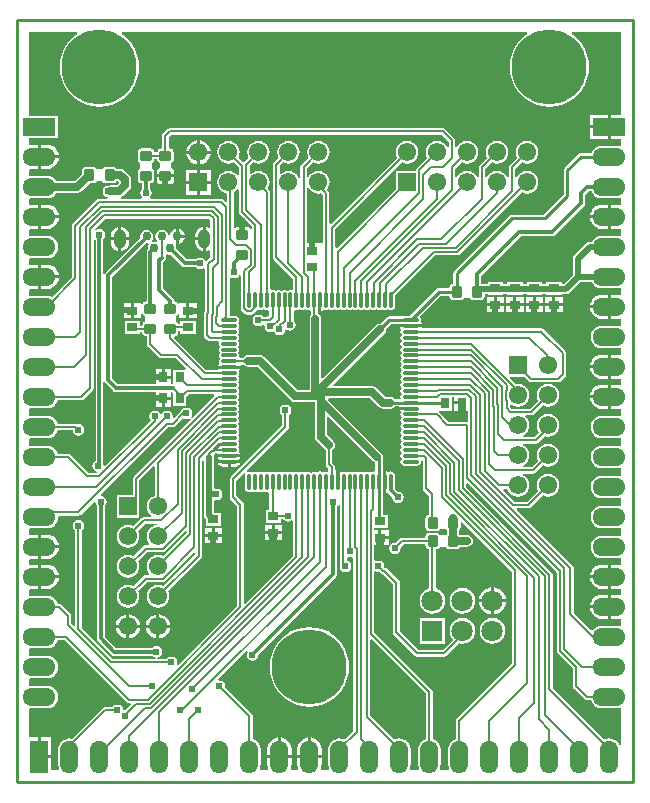
<source format=gtl>
G04*
G04 #@! TF.GenerationSoftware,Altium Limited,Altium Designer,18.1.6 (161)*
G04*
G04 Layer_Physical_Order=1*
G04 Layer_Color=255*
%FSLAX25Y25*%
%MOIN*%
G70*
G01*
G75*
%ADD10C,0.00800*%
%ADD15C,0.01000*%
%ADD18R,0.03740X0.02953*%
%ADD19R,0.02953X0.03740*%
G04:AMPARAMS|DCode=20|XSize=39.37mil|YSize=35.43mil|CornerRadius=4.43mil|HoleSize=0mil|Usage=FLASHONLY|Rotation=0.000|XOffset=0mil|YOffset=0mil|HoleType=Round|Shape=RoundedRectangle|*
%AMROUNDEDRECTD20*
21,1,0.03937,0.02657,0,0,0.0*
21,1,0.03051,0.03543,0,0,0.0*
1,1,0.00886,0.01526,-0.01329*
1,1,0.00886,-0.01526,-0.01329*
1,1,0.00886,-0.01526,0.01329*
1,1,0.00886,0.01526,0.01329*
%
%ADD20ROUNDEDRECTD20*%
G04:AMPARAMS|DCode=23|XSize=39.37mil|YSize=35.43mil|CornerRadius=4.43mil|HoleSize=0mil|Usage=FLASHONLY|Rotation=90.000|XOffset=0mil|YOffset=0mil|HoleType=Round|Shape=RoundedRectangle|*
%AMROUNDEDRECTD23*
21,1,0.03937,0.02657,0,0,90.0*
21,1,0.03051,0.03543,0,0,90.0*
1,1,0.00886,0.01329,0.01526*
1,1,0.00886,0.01329,-0.01526*
1,1,0.00886,-0.01329,-0.01526*
1,1,0.00886,-0.01329,0.01526*
%
%ADD23ROUNDEDRECTD23*%
%ADD42O,0.05512X0.01181*%
%ADD43O,0.01181X0.05512*%
%ADD44C,0.02000*%
%ADD45C,0.01200*%
%ADD46C,0.02500*%
%ADD47C,0.00600*%
%ADD48C,0.25000*%
%ADD49R,0.11000X0.06000*%
%ADD50O,0.11000X0.06000*%
%ADD51R,0.06000X0.11000*%
%ADD52O,0.06000X0.11000*%
%ADD53C,0.02953*%
G04:AMPARAMS|DCode=54|XSize=39.37mil|YSize=62.99mil|CornerRadius=19.68mil|HoleSize=0mil|Usage=FLASHONLY|Rotation=0.000|XOffset=0mil|YOffset=0mil|HoleType=Round|Shape=RoundedRectangle|*
%AMROUNDEDRECTD54*
21,1,0.03937,0.02362,0,0,0.0*
21,1,0.00000,0.06299,0,0,0.0*
1,1,0.03937,0.00000,-0.01181*
1,1,0.03937,0.00000,-0.01181*
1,1,0.03937,0.00000,0.01181*
1,1,0.03937,0.00000,0.01181*
%
%ADD54ROUNDEDRECTD54*%
%ADD55C,0.07087*%
%ADD56R,0.07087X0.07087*%
%ADD57C,0.06102*%
%ADD58R,0.06102X0.06102*%
%ADD59R,0.06102X0.06102*%
%ADD60C,0.02400*%
G36*
X201466Y222500D02*
X198000D01*
Y218500D01*
Y214500D01*
X201466D01*
Y212348D01*
X201050Y212070D01*
X200966Y212105D01*
X200000Y212232D01*
X195000D01*
X194034Y212105D01*
X193134Y211732D01*
X192361Y211139D01*
X191768Y210366D01*
X191502Y209723D01*
X188000D01*
X187532Y209630D01*
X187135Y209365D01*
X182635Y204865D01*
X182370Y204468D01*
X182276Y204000D01*
Y196007D01*
X175493Y189224D01*
X165000D01*
X164532Y189130D01*
X164135Y188865D01*
X145788Y170519D01*
X145523Y170122D01*
X145430Y169653D01*
Y166191D01*
X145325D01*
X144879Y166102D01*
X144501Y165850D01*
X144248Y165471D01*
X144159Y165026D01*
Y164724D01*
X140693D01*
X140225Y164630D01*
X139828Y164365D01*
X130901Y155438D01*
X129150D01*
X128685Y155346D01*
X124122D01*
X123654Y155252D01*
X123257Y154987D01*
X121215Y152945D01*
X121000Y152988D01*
X120239Y152837D01*
X119594Y152406D01*
X101950Y134762D01*
X101488Y134953D01*
Y154500D01*
X101337Y155261D01*
X100906Y155906D01*
X100305Y156307D01*
X100273Y156571D01*
X100285Y156787D01*
X100500Y156948D01*
Y160815D01*
X101500D01*
Y157127D01*
X101621Y157151D01*
X102147Y157503D01*
X102312Y157536D01*
X102465Y157434D01*
X102969Y157334D01*
X103472Y157434D01*
X103899Y157719D01*
X104007D01*
X104434Y157434D01*
X104937Y157334D01*
X105441Y157434D01*
X105867Y157719D01*
X105975D01*
X106402Y157434D01*
X106905Y157334D01*
X107409Y157434D01*
X107836Y157719D01*
X107944D01*
X108370Y157434D01*
X108874Y157334D01*
X109378Y157434D01*
X109804Y157719D01*
X109912D01*
X110339Y157434D01*
X110843Y157334D01*
X111346Y157434D01*
X111773Y157719D01*
X111881D01*
X112308Y157434D01*
X112811Y157334D01*
X113315Y157434D01*
X113741Y157719D01*
X113849D01*
X114276Y157434D01*
X114779Y157334D01*
X115283Y157434D01*
X115710Y157719D01*
X115818D01*
X116244Y157434D01*
X116748Y157334D01*
X117252Y157434D01*
X117678Y157719D01*
X117786D01*
X118213Y157434D01*
X118717Y157334D01*
X119220Y157434D01*
X119647Y157719D01*
X119755D01*
X120182Y157434D01*
X120685Y157334D01*
X121189Y157434D01*
X121616Y157719D01*
X121723D01*
X122150Y157434D01*
X122653Y157334D01*
X123157Y157434D01*
X123584Y157719D01*
X123692D01*
X124118Y157434D01*
X124622Y157334D01*
X125126Y157434D01*
X125552Y157719D01*
X125838Y158146D01*
X125938Y158650D01*
Y162134D01*
X139474Y175670D01*
X146792D01*
X146792Y175670D01*
X147221Y175756D01*
X147585Y175999D01*
X168251Y196664D01*
X169021Y196345D01*
X170000Y196216D01*
X170979Y196345D01*
X171892Y196723D01*
X172675Y197325D01*
X173277Y198108D01*
X173655Y199021D01*
X173784Y200000D01*
X173655Y200979D01*
X173277Y201892D01*
X172675Y202675D01*
X171892Y203277D01*
X170979Y203655D01*
X170000Y203783D01*
X169021Y203655D01*
X168108Y203277D01*
X167325Y202675D01*
X166723Y201892D01*
X166622Y201646D01*
X166122Y201746D01*
Y204535D01*
X168251Y206664D01*
X169021Y206345D01*
X170000Y206216D01*
X170979Y206345D01*
X171892Y206723D01*
X172675Y207325D01*
X173277Y208108D01*
X173655Y209021D01*
X173784Y210000D01*
X173655Y210979D01*
X173277Y211892D01*
X172675Y212675D01*
X171892Y213277D01*
X170979Y213655D01*
X170000Y213784D01*
X169021Y213655D01*
X168108Y213277D01*
X167325Y212675D01*
X166723Y211892D01*
X166345Y210979D01*
X166217Y210000D01*
X166345Y209021D01*
X166664Y208250D01*
X164207Y205793D01*
X163964Y205429D01*
X163878Y205000D01*
X163878Y205000D01*
Y201746D01*
X163378Y201646D01*
X163277Y201892D01*
X162675Y202675D01*
X161892Y203277D01*
X160979Y203655D01*
X160000Y203783D01*
X159021Y203655D01*
X158108Y203277D01*
X157325Y202675D01*
X156723Y201892D01*
X156622Y201646D01*
X156122Y201746D01*
Y204535D01*
X158250Y206664D01*
X159021Y206345D01*
X160000Y206216D01*
X160979Y206345D01*
X161892Y206723D01*
X162675Y207325D01*
X163277Y208108D01*
X163655Y209021D01*
X163784Y210000D01*
X163655Y210979D01*
X163277Y211892D01*
X162675Y212675D01*
X161892Y213277D01*
X160979Y213655D01*
X160000Y213784D01*
X159021Y213655D01*
X158108Y213277D01*
X157325Y212675D01*
X156723Y211892D01*
X156345Y210979D01*
X156217Y210000D01*
X156345Y209021D01*
X156664Y208250D01*
X154207Y205793D01*
X153964Y205429D01*
X153878Y205000D01*
X153878Y205000D01*
Y201746D01*
X153378Y201646D01*
X153277Y201892D01*
X152675Y202675D01*
X151892Y203277D01*
X150979Y203655D01*
X150000Y203783D01*
X149021Y203655D01*
X148108Y203277D01*
X147325Y202675D01*
X146723Y201892D01*
X146622Y201646D01*
X146122Y201746D01*
Y204535D01*
X148250Y206664D01*
X149021Y206345D01*
X150000Y206216D01*
X150979Y206345D01*
X151892Y206723D01*
X152675Y207325D01*
X153277Y208108D01*
X153655Y209021D01*
X153784Y210000D01*
X153655Y210979D01*
X153277Y211892D01*
X152675Y212675D01*
X151892Y213277D01*
X150979Y213655D01*
X150000Y213784D01*
X149021Y213655D01*
X148108Y213277D01*
X147325Y212675D01*
X146723Y211892D01*
X146622Y211646D01*
X146122Y211746D01*
Y214000D01*
X146122Y214000D01*
X146036Y214429D01*
X145793Y214793D01*
X142793Y217793D01*
X142429Y218036D01*
X142000Y218122D01*
X142000Y218122D01*
X51000D01*
X51000Y218122D01*
X50571Y218036D01*
X50207Y217793D01*
X48707Y216293D01*
X48464Y215929D01*
X48378Y215500D01*
X48378Y215500D01*
Y211340D01*
X47974D01*
X47528Y211252D01*
X47150Y210999D01*
X46898Y210621D01*
X46809Y210175D01*
Y209968D01*
X45691D01*
Y210175D01*
X45602Y210621D01*
X45350Y210999D01*
X44971Y211252D01*
X44526Y211340D01*
X41474D01*
X41028Y211252D01*
X40650Y210999D01*
X40398Y210621D01*
X40309Y210175D01*
Y207518D01*
X40398Y207072D01*
X40650Y206694D01*
X41028Y206441D01*
X41032Y206440D01*
Y204559D01*
X41028Y204559D01*
X40650Y204306D01*
X40398Y203928D01*
X40309Y203482D01*
Y200825D01*
X40398Y200379D01*
X40650Y200001D01*
X41028Y199748D01*
X41474Y199660D01*
X41675D01*
Y197899D01*
X41630Y197870D01*
X41210Y197241D01*
X41063Y196500D01*
X41210Y195759D01*
X41630Y195130D01*
X41643Y195122D01*
X41491Y194622D01*
X34601D01*
X34552Y195122D01*
X34761Y195163D01*
X35406Y195594D01*
X37406Y197594D01*
X37837Y198239D01*
X37988Y199000D01*
Y201000D01*
X37837Y201761D01*
X37406Y202406D01*
X35906Y203906D01*
X35261Y204337D01*
X34500Y204488D01*
X33241D01*
X32999Y204850D01*
X32621Y205102D01*
X32175Y205191D01*
X29518D01*
X29072Y205102D01*
X28694Y204850D01*
X28441Y204471D01*
X28440Y204468D01*
X26559D01*
X26559Y204471D01*
X26306Y204850D01*
X25928Y205102D01*
X25482Y205191D01*
X22825D01*
X22379Y205102D01*
X22001Y204850D01*
X21748Y204471D01*
X21659Y204026D01*
Y202818D01*
X19330Y200488D01*
X13138D01*
X12639Y201139D01*
X11866Y201732D01*
X10966Y202105D01*
X10000Y202232D01*
X5000D01*
X4410Y202154D01*
X4034Y202484D01*
Y204213D01*
X4410Y204543D01*
X5000Y204466D01*
X7000D01*
Y208500D01*
Y212534D01*
X5000D01*
X4410Y212457D01*
X4034Y212787D01*
Y214800D01*
X13700D01*
Y222200D01*
X4034D01*
Y249966D01*
X20026D01*
X20162Y249484D01*
X19717Y249212D01*
X18137Y247863D01*
X16788Y246283D01*
X15702Y244511D01*
X14907Y242592D01*
X14422Y240571D01*
X14259Y238500D01*
X14422Y236429D01*
X14907Y234408D01*
X15702Y232489D01*
X16788Y230717D01*
X18137Y229137D01*
X19717Y227788D01*
X21489Y226702D01*
X23408Y225907D01*
X25429Y225422D01*
X27500Y225259D01*
X29571Y225422D01*
X31592Y225907D01*
X33511Y226702D01*
X35283Y227788D01*
X36863Y229137D01*
X38212Y230717D01*
X39298Y232489D01*
X40093Y234408D01*
X40578Y236429D01*
X40741Y238500D01*
X40578Y240571D01*
X40093Y242592D01*
X39298Y244511D01*
X38212Y246283D01*
X36863Y247863D01*
X35283Y249212D01*
X34839Y249484D01*
X34974Y249966D01*
X170026D01*
X170161Y249484D01*
X169717Y249212D01*
X168137Y247863D01*
X166788Y246283D01*
X165702Y244511D01*
X164907Y242592D01*
X164422Y240571D01*
X164259Y238500D01*
X164422Y236429D01*
X164907Y234408D01*
X165702Y232489D01*
X166788Y230717D01*
X168137Y229137D01*
X169717Y227788D01*
X171489Y226702D01*
X173408Y225907D01*
X175429Y225422D01*
X177500Y225259D01*
X179571Y225422D01*
X181592Y225907D01*
X183511Y226702D01*
X185283Y227788D01*
X186863Y229137D01*
X188212Y230717D01*
X189298Y232489D01*
X190093Y234408D01*
X190578Y236429D01*
X190741Y238500D01*
X190578Y240571D01*
X190093Y242592D01*
X189298Y244511D01*
X188212Y246283D01*
X186863Y247863D01*
X185283Y249212D01*
X184838Y249484D01*
X184974Y249966D01*
X201466D01*
Y222500D01*
D02*
G37*
G36*
X143878Y213535D02*
Y211746D01*
X143378Y211646D01*
X143277Y211892D01*
X142675Y212675D01*
X141892Y213277D01*
X140979Y213655D01*
X140000Y213784D01*
X139021Y213655D01*
X138108Y213277D01*
X137325Y212675D01*
X136723Y211892D01*
X136345Y210979D01*
X136216Y210000D01*
X136345Y209021D01*
X136664Y208250D01*
X133258Y204844D01*
X133015Y204480D01*
X132930Y204051D01*
X132574Y203751D01*
X126249D01*
Y197835D01*
X106559Y178145D01*
X106059Y178352D01*
Y184472D01*
X128251Y206664D01*
X129021Y206345D01*
X130000Y206216D01*
X130979Y206345D01*
X131892Y206723D01*
X132675Y207325D01*
X133277Y208108D01*
X133655Y209021D01*
X133783Y210000D01*
X133655Y210979D01*
X133277Y211892D01*
X132675Y212675D01*
X131892Y213277D01*
X130979Y213655D01*
X130000Y213784D01*
X129021Y213655D01*
X128108Y213277D01*
X127325Y212675D01*
X126723Y211892D01*
X126345Y210979D01*
X126216Y210000D01*
X126345Y209021D01*
X126664Y208250D01*
X104590Y186176D01*
X104090Y186383D01*
Y196311D01*
X104090Y196311D01*
X104005Y196740D01*
X103762Y197104D01*
X103761Y197104D01*
X103334Y197531D01*
X103777Y198108D01*
X104155Y199021D01*
X104283Y200000D01*
X104155Y200979D01*
X103777Y201892D01*
X103175Y202675D01*
X102392Y203277D01*
X101479Y203655D01*
X100500Y203783D01*
X99521Y203655D01*
X98608Y203277D01*
X97825Y202675D01*
X97223Y201892D01*
X97151Y201718D01*
X96652Y201818D01*
Y204565D01*
X98751Y206664D01*
X99521Y206345D01*
X100500Y206216D01*
X101479Y206345D01*
X102392Y206723D01*
X103175Y207325D01*
X103777Y208108D01*
X104155Y209021D01*
X104283Y210000D01*
X104155Y210979D01*
X103777Y211892D01*
X103175Y212675D01*
X102392Y213277D01*
X101479Y213655D01*
X100500Y213784D01*
X99521Y213655D01*
X98608Y213277D01*
X97825Y212675D01*
X97223Y211892D01*
X96845Y210979D01*
X96716Y210000D01*
X96845Y209021D01*
X97164Y208250D01*
X94737Y205823D01*
X94494Y205459D01*
X94408Y205030D01*
X94408Y205030D01*
Y201673D01*
X93908Y201574D01*
X93777Y201892D01*
X93175Y202675D01*
X92392Y203277D01*
X91479Y203655D01*
X90500Y203783D01*
X89521Y203655D01*
X88608Y203277D01*
X88070Y202864D01*
X87570Y203111D01*
Y205484D01*
X88750Y206664D01*
X89521Y206345D01*
X90500Y206216D01*
X91479Y206345D01*
X92392Y206723D01*
X93175Y207325D01*
X93777Y208108D01*
X94155Y209021D01*
X94284Y210000D01*
X94155Y210979D01*
X93777Y211892D01*
X93175Y212675D01*
X92392Y213277D01*
X91479Y213655D01*
X90500Y213784D01*
X89521Y213655D01*
X88608Y213277D01*
X87825Y212675D01*
X87223Y211892D01*
X86845Y210979D01*
X86716Y210000D01*
X86845Y209021D01*
X87164Y208250D01*
X85656Y206742D01*
X85413Y206378D01*
X85327Y205949D01*
X85327Y205949D01*
Y175075D01*
X85327Y175075D01*
X85413Y174646D01*
X85656Y174282D01*
X92004Y167933D01*
Y164522D01*
X91504Y164227D01*
X91158Y164296D01*
X90654Y164196D01*
X90227Y163911D01*
X90119D01*
X89692Y164196D01*
X89189Y164296D01*
X88685Y164196D01*
X88259Y163911D01*
X88151D01*
X87724Y164196D01*
X87221Y164296D01*
X86717Y164196D01*
X86290Y163911D01*
X86182D01*
X85755Y164196D01*
X85252Y164296D01*
X84905Y164227D01*
X84405Y164522D01*
Y196625D01*
X84405Y196626D01*
X84320Y197055D01*
X84076Y197419D01*
X84076Y197419D01*
X83607Y197888D01*
X83777Y198108D01*
X84155Y199021D01*
X84284Y200000D01*
X84155Y200979D01*
X83777Y201892D01*
X83175Y202675D01*
X82392Y203277D01*
X81479Y203655D01*
X80500Y203783D01*
X79521Y203655D01*
X78608Y203277D01*
X78070Y202864D01*
X77570Y203111D01*
Y205484D01*
X78750Y206664D01*
X79521Y206345D01*
X80500Y206216D01*
X81479Y206345D01*
X82392Y206723D01*
X83175Y207325D01*
X83777Y208108D01*
X84155Y209021D01*
X84284Y210000D01*
X84155Y210979D01*
X83777Y211892D01*
X83175Y212675D01*
X82392Y213277D01*
X81479Y213655D01*
X80500Y213784D01*
X79521Y213655D01*
X78608Y213277D01*
X77825Y212675D01*
X77223Y211892D01*
X76845Y210979D01*
X76716Y210000D01*
X76845Y209021D01*
X77164Y208250D01*
X75656Y206742D01*
X75372Y206714D01*
X73836Y208250D01*
X74155Y209021D01*
X74284Y210000D01*
X74155Y210979D01*
X73777Y211892D01*
X73175Y212675D01*
X72392Y213277D01*
X71479Y213655D01*
X70500Y213784D01*
X69521Y213655D01*
X68608Y213277D01*
X67825Y212675D01*
X67223Y211892D01*
X66845Y210979D01*
X66716Y210000D01*
X66845Y209021D01*
X67223Y208108D01*
X67825Y207325D01*
X68608Y206723D01*
X69521Y206345D01*
X70500Y206216D01*
X71479Y206345D01*
X72250Y206664D01*
X73927Y204987D01*
Y202517D01*
X73427Y202347D01*
X73175Y202675D01*
X72392Y203277D01*
X71479Y203655D01*
X70500Y203783D01*
X69521Y203655D01*
X68608Y203277D01*
X67825Y202675D01*
X67223Y201892D01*
X66845Y200979D01*
X66716Y200000D01*
X66845Y199021D01*
X67223Y198108D01*
X67825Y197325D01*
X68608Y196723D01*
X69521Y196345D01*
X70004Y196282D01*
Y193736D01*
X69542Y193544D01*
X68793Y194293D01*
X68429Y194536D01*
X68000Y194622D01*
X68000Y194622D01*
X44509D01*
X44357Y195122D01*
X44370Y195130D01*
X44790Y195759D01*
X44937Y196500D01*
X44790Y197241D01*
X44370Y197870D01*
X44326Y197899D01*
Y199660D01*
X44526D01*
X44971Y199748D01*
X45350Y200001D01*
X45602Y200379D01*
X45691Y200825D01*
Y203482D01*
X45602Y203928D01*
X45350Y204306D01*
X44971Y204559D01*
X44969Y204559D01*
Y206440D01*
X44971Y206441D01*
X45350Y206694D01*
X45602Y207072D01*
X45691Y207518D01*
Y207725D01*
X46809D01*
Y207518D01*
X46898Y207072D01*
X47150Y206694D01*
X47528Y206441D01*
X47532Y206440D01*
Y204865D01*
X47411Y204841D01*
X46934Y204523D01*
X46615Y204045D01*
X46503Y203482D01*
Y202654D01*
X52497D01*
Y203482D01*
X52385Y204045D01*
X52066Y204523D01*
X51589Y204841D01*
X51468Y204865D01*
Y206440D01*
X51472Y206441D01*
X51850Y206694D01*
X52102Y207072D01*
X52191Y207518D01*
Y210175D01*
X52102Y210621D01*
X51850Y210999D01*
X51472Y211252D01*
X51026Y211340D01*
X50622D01*
Y215035D01*
X51465Y215879D01*
X141535D01*
X143878Y213535D01*
D02*
G37*
G36*
X28441Y200529D02*
X28694Y200150D01*
X29072Y199898D01*
X29518Y199809D01*
X32175D01*
X32621Y199898D01*
X32999Y200150D01*
X33167Y200401D01*
X33671Y200446D01*
X33862Y200262D01*
X33867Y199678D01*
X33176Y198988D01*
X31000D01*
X30622Y198913D01*
X30500Y198937D01*
X29759Y198790D01*
X29130Y198370D01*
X28710Y197741D01*
X28563Y197000D01*
X28710Y196259D01*
X29130Y195630D01*
X29759Y195210D01*
X30204Y195122D01*
X30155Y194622D01*
X27500D01*
X27500Y194622D01*
X27071Y194536D01*
X26707Y194293D01*
X26707Y194293D01*
X18707Y186293D01*
X18464Y185929D01*
X18378Y185500D01*
X18379Y185500D01*
Y168465D01*
X11710Y161796D01*
X10966Y162105D01*
X10000Y162232D01*
X5000D01*
X4410Y162154D01*
X4034Y162484D01*
Y164213D01*
X4410Y164543D01*
X5000Y164465D01*
X7000D01*
Y168500D01*
Y172535D01*
X5000D01*
X4410Y172457D01*
X4034Y172787D01*
Y174516D01*
X4410Y174846D01*
X5000Y174768D01*
X10000D01*
X10966Y174895D01*
X11866Y175268D01*
X12639Y175861D01*
X13232Y176634D01*
X13605Y177534D01*
X13732Y178500D01*
X13605Y179466D01*
X13232Y180366D01*
X12639Y181139D01*
X11866Y181732D01*
X10966Y182105D01*
X10000Y182232D01*
X5000D01*
X4410Y182154D01*
X4034Y182484D01*
Y184213D01*
X4410Y184543D01*
X5000Y184466D01*
X7000D01*
Y188500D01*
Y192534D01*
X5000D01*
X4410Y192457D01*
X4034Y192787D01*
Y194516D01*
X4410Y194846D01*
X5000Y194768D01*
X10000D01*
X10966Y194895D01*
X11866Y195268D01*
X12639Y195861D01*
X13138Y196512D01*
X20154D01*
X20914Y196663D01*
X21559Y197094D01*
X24274Y199809D01*
X25482D01*
X25928Y199898D01*
X26306Y200150D01*
X26559Y200529D01*
X26559Y200532D01*
X28440D01*
X28441Y200529D01*
D02*
G37*
G36*
X191768Y196634D02*
X192361Y195861D01*
X193134Y195268D01*
X194034Y194895D01*
X195000Y194768D01*
X200000D01*
X200966Y194895D01*
X201050Y194930D01*
X201466Y194652D01*
Y192673D01*
X201227Y192513D01*
X200965Y192407D01*
X200000Y192534D01*
X198000D01*
Y188500D01*
Y184466D01*
X200000D01*
X200965Y184593D01*
X201227Y184487D01*
X201466Y184327D01*
Y182348D01*
X201050Y182070D01*
X200966Y182105D01*
X200000Y182232D01*
X195000D01*
X194034Y182105D01*
X193134Y181732D01*
X192361Y181139D01*
X191768Y180366D01*
X191713Y180233D01*
X191000D01*
X190337Y180101D01*
X189774Y179726D01*
X185774Y175726D01*
X185399Y175163D01*
X185267Y174500D01*
Y169218D01*
X182282Y166233D01*
X181570D01*
Y166932D01*
X176430D01*
Y166233D01*
X175070D01*
Y166932D01*
X169930D01*
Y166233D01*
X168570D01*
Y166932D01*
X163430D01*
Y166233D01*
X162070D01*
Y166932D01*
X156930D01*
Y166233D01*
X154672D01*
Y168797D01*
X168049Y182175D01*
X178500D01*
X179007Y182275D01*
X179437Y182563D01*
X188937Y192063D01*
X189225Y192493D01*
X189325Y193000D01*
Y195951D01*
X190549Y197175D01*
X191544D01*
X191768Y196634D01*
D02*
G37*
G36*
X64404Y187510D02*
Y185128D01*
X64274Y185064D01*
X63904Y184929D01*
X63232Y185207D01*
X62957Y185243D01*
Y181134D01*
Y177024D01*
X63232Y177061D01*
X63904Y177339D01*
X64274Y177204D01*
X64404Y177140D01*
Y174990D01*
X63269Y173855D01*
X63198Y173838D01*
X62653Y173946D01*
X62370Y174370D01*
X61741Y174790D01*
X61000Y174937D01*
X60259Y174790D01*
X59630Y174370D01*
X59601Y174326D01*
X56549D01*
X53102Y177772D01*
X53160Y178063D01*
X52991Y178912D01*
X52872Y179090D01*
X53000Y179282D01*
Y182000D01*
Y184425D01*
X52534Y184333D01*
X51715Y183785D01*
X51167Y182966D01*
X51043Y182341D01*
X50533D01*
X50432Y182849D01*
X49951Y183569D01*
X49231Y184050D01*
X48382Y184219D01*
X47533Y184050D01*
X46813Y183569D01*
X46332Y182849D01*
X46163Y182000D01*
X46332Y181151D01*
X46687Y180620D01*
X46386Y180170D01*
X45823Y180282D01*
X45260Y180170D01*
X44959Y180620D01*
X45314Y181151D01*
X45483Y182000D01*
X45314Y182849D01*
X44833Y183569D01*
X44113Y184050D01*
X43264Y184219D01*
X42415Y184050D01*
X41695Y183569D01*
X41214Y182849D01*
X41045Y182000D01*
X41141Y181516D01*
X29563Y169937D01*
X29326Y169582D01*
X29006Y169602D01*
X28826Y169665D01*
Y181100D01*
X28870Y181130D01*
X29290Y181759D01*
X29437Y182500D01*
X29290Y183241D01*
X28870Y183870D01*
X28241Y184290D01*
X27500Y184437D01*
X26759Y184290D01*
X26229Y183936D01*
X25910Y184324D01*
X29465Y187878D01*
X64035D01*
X64404Y187510D01*
D02*
G37*
G36*
X73927Y197483D02*
Y190204D01*
X73927Y190204D01*
X74013Y189775D01*
X74256Y189411D01*
X78247Y185420D01*
Y184596D01*
X77747Y184444D01*
X77566Y184715D01*
X77089Y185034D01*
X76526Y185146D01*
X75500D01*
Y182346D01*
X74500D01*
Y185146D01*
X73474D01*
X72911Y185034D01*
X72747Y184924D01*
X72247Y185192D01*
Y196663D01*
X72392Y196723D01*
X73175Y197325D01*
X73427Y197653D01*
X73927Y197483D01*
D02*
G37*
G36*
X44127Y179443D02*
X43773Y178912D01*
X43604Y178063D01*
X43661Y177776D01*
X43563Y177677D01*
X43275Y177247D01*
X43174Y176740D01*
Y160340D01*
X42974D01*
X42529Y160252D01*
X42150Y159999D01*
X41898Y159621D01*
X41870Y159482D01*
X41370Y159531D01*
Y159732D01*
X39000D01*
Y157256D01*
Y154780D01*
X41370D01*
Y156162D01*
X41870Y156211D01*
X41898Y156072D01*
X42150Y155694D01*
X42529Y155441D01*
X42531Y155440D01*
Y153560D01*
X42529Y153559D01*
X42150Y153306D01*
X41898Y152928D01*
X41809Y152482D01*
Y152275D01*
X41070D01*
Y153920D01*
X35930D01*
Y149568D01*
X41070D01*
Y150032D01*
X41809D01*
Y149825D01*
X41898Y149379D01*
X42150Y149001D01*
X42529Y148748D01*
X42974Y148660D01*
X43378D01*
Y146000D01*
X43378Y146000D01*
X43464Y145571D01*
X43707Y145207D01*
X47207Y141707D01*
X47207Y141707D01*
X47571Y141464D01*
X48000Y141378D01*
X48000Y141378D01*
X53035D01*
X56344Y138070D01*
X56137Y137570D01*
X52079D01*
Y132891D01*
X52000Y132826D01*
X51221D01*
Y134500D01*
X48744D01*
X46268D01*
Y132826D01*
X33549D01*
X31826Y134549D01*
Y168451D01*
X43174Y179799D01*
X43264Y179781D01*
X43827Y179893D01*
X44127Y179443D01*
D02*
G37*
G36*
X97223Y198108D02*
X97825Y197325D01*
X98608Y196723D01*
X99521Y196345D01*
X100500Y196216D01*
X101363Y196330D01*
X101847Y195846D01*
Y179788D01*
X101370Y179732D01*
Y179732D01*
X99000D01*
Y177256D01*
X98000D01*
Y179732D01*
X96652D01*
Y198182D01*
X97151Y198282D01*
X97223Y198108D01*
D02*
G37*
G36*
X74666Y168921D02*
Y157991D01*
X74666Y157991D01*
X74751Y157562D01*
X74994Y157198D01*
X75926Y156266D01*
X75926Y156266D01*
X76290Y156023D01*
X76719Y155938D01*
X76719Y155938D01*
X78037D01*
X78037Y155938D01*
X78466Y156023D01*
X78830Y156266D01*
X79761Y157198D01*
X79762Y157198D01*
X79947Y157475D01*
X80167Y157597D01*
X80406Y157705D01*
X80811Y157434D01*
X81315Y157334D01*
X81818Y157434D01*
X82245Y157719D01*
X82353D01*
X82780Y157434D01*
X83284Y157334D01*
X83630Y157403D01*
X84130Y157108D01*
Y155717D01*
X83735Y155322D01*
X83589D01*
X83160Y155236D01*
X82988Y155122D01*
X82036D01*
X81870Y155370D01*
X81241Y155790D01*
X80500Y155937D01*
X79759Y155790D01*
X79130Y155370D01*
X78710Y154741D01*
X78563Y154000D01*
X78710Y153259D01*
X79130Y152630D01*
X79759Y152210D01*
X80500Y152063D01*
X81241Y152210D01*
X81870Y152630D01*
X82244Y152619D01*
X82597Y152174D01*
X82563Y152000D01*
X82710Y151259D01*
X83130Y150630D01*
X83759Y150210D01*
X84500Y150063D01*
X85211Y150204D01*
X85264Y150210D01*
X85866Y150026D01*
X86130Y149630D01*
X86759Y149210D01*
X87500Y149063D01*
X88241Y149210D01*
X88870Y149630D01*
X89290Y150259D01*
X89377Y150698D01*
X89921Y150936D01*
X90259Y150710D01*
X91000Y150563D01*
X91741Y150710D01*
X92370Y151130D01*
X92790Y151759D01*
X92937Y152500D01*
X92790Y153241D01*
X92370Y153870D01*
X92279Y153930D01*
Y157108D01*
X92779Y157403D01*
X93126Y157334D01*
X93629Y157434D01*
X94056Y157719D01*
X94164D01*
X94591Y157434D01*
X95095Y157334D01*
X95598Y157434D01*
X96025Y157719D01*
X96133D01*
X96559Y157434D01*
X97063Y157334D01*
X97410Y157403D01*
X97910Y157108D01*
Y155630D01*
X97663Y155261D01*
X97512Y154500D01*
Y130738D01*
X93573D01*
X82406Y141906D01*
X81761Y142337D01*
X81000Y142488D01*
X77000D01*
X76239Y142337D01*
X75594Y141906D01*
X75299Y141464D01*
X74392D01*
X74097Y141964D01*
X74166Y142311D01*
X74066Y142815D01*
X73781Y143241D01*
Y143349D01*
X74066Y143776D01*
X74166Y144280D01*
X74066Y144783D01*
X73781Y145210D01*
Y145318D01*
X74066Y145745D01*
X74166Y146248D01*
X74066Y146752D01*
X74009Y146837D01*
X73808Y147232D01*
X74009Y147627D01*
X74066Y147713D01*
X74166Y148216D01*
X74066Y148720D01*
X73781Y149147D01*
Y149255D01*
X74066Y149681D01*
X74166Y150185D01*
X74066Y150689D01*
X74009Y150774D01*
X73808Y151169D01*
X74009Y151564D01*
X74066Y151650D01*
X74166Y152154D01*
X74066Y152657D01*
X73781Y153084D01*
Y153192D01*
X74066Y153619D01*
X74166Y154122D01*
X74066Y154626D01*
X73781Y155052D01*
X73354Y155338D01*
X72850Y155438D01*
X70847D01*
Y168223D01*
X71347Y168485D01*
X71759Y168210D01*
X72500Y168063D01*
X73241Y168210D01*
X73870Y168630D01*
X74166Y169073D01*
X74666Y168921D01*
D02*
G37*
G36*
X191768Y166634D02*
X192361Y165861D01*
X193134Y165268D01*
X194034Y164895D01*
X195000Y164768D01*
X200000D01*
X200966Y164895D01*
X201050Y164930D01*
X201466Y164652D01*
Y162672D01*
X201227Y162513D01*
X200965Y162407D01*
X200000Y162534D01*
X198000D01*
Y158500D01*
Y154465D01*
X200000D01*
X200965Y154593D01*
X201227Y154487D01*
X201466Y154327D01*
Y152348D01*
X201050Y152070D01*
X200966Y152105D01*
X200000Y152232D01*
X195000D01*
X194034Y152105D01*
X193134Y151732D01*
X192361Y151139D01*
X191768Y150366D01*
X191395Y149466D01*
X191268Y148500D01*
X191395Y147534D01*
X191768Y146634D01*
X192361Y145861D01*
X193134Y145268D01*
X194034Y144895D01*
X195000Y144768D01*
X200000D01*
X200966Y144895D01*
X201050Y144930D01*
X201466Y144652D01*
Y142673D01*
X201227Y142513D01*
X200965Y142407D01*
X200000Y142534D01*
X198000D01*
Y138500D01*
Y134466D01*
X200000D01*
X200965Y134593D01*
X201227Y134487D01*
X201466Y134327D01*
Y132673D01*
X201227Y132513D01*
X200965Y132407D01*
X200000Y132535D01*
X198000D01*
Y128500D01*
Y124466D01*
X200000D01*
X200965Y124593D01*
X201227Y124487D01*
X201466Y124328D01*
Y122348D01*
X201050Y122070D01*
X200966Y122105D01*
X200000Y122232D01*
X195000D01*
X194034Y122105D01*
X193134Y121732D01*
X192361Y121139D01*
X191768Y120366D01*
X191395Y119466D01*
X191268Y118500D01*
X191395Y117534D01*
X191768Y116634D01*
X192361Y115861D01*
X193134Y115268D01*
X194034Y114895D01*
X195000Y114768D01*
X200000D01*
X200966Y114895D01*
X201050Y114930D01*
X201466Y114652D01*
Y112348D01*
X201050Y112070D01*
X200966Y112105D01*
X200000Y112232D01*
X195000D01*
X194034Y112105D01*
X193134Y111732D01*
X192361Y111139D01*
X191768Y110366D01*
X191395Y109466D01*
X191268Y108500D01*
X191395Y107534D01*
X191768Y106634D01*
X192361Y105861D01*
X193134Y105268D01*
X194034Y104895D01*
X195000Y104768D01*
X200000D01*
X200966Y104895D01*
X201050Y104930D01*
X201466Y104652D01*
Y102348D01*
X201050Y102070D01*
X200966Y102105D01*
X200000Y102232D01*
X195000D01*
X194034Y102105D01*
X193134Y101732D01*
X192361Y101139D01*
X191768Y100366D01*
X191395Y99466D01*
X191268Y98500D01*
X191395Y97534D01*
X191768Y96634D01*
X192361Y95861D01*
X193134Y95268D01*
X194034Y94895D01*
X195000Y94768D01*
X200000D01*
X200966Y94895D01*
X201050Y94930D01*
X201466Y94652D01*
Y92348D01*
X201050Y92070D01*
X200966Y92105D01*
X200000Y92232D01*
X195000D01*
X194034Y92105D01*
X193134Y91732D01*
X192361Y91139D01*
X191768Y90366D01*
X191395Y89466D01*
X191268Y88500D01*
X191395Y87534D01*
X191768Y86634D01*
X192361Y85861D01*
X193134Y85268D01*
X194034Y84895D01*
X195000Y84768D01*
X200000D01*
X200966Y84895D01*
X201050Y84930D01*
X201466Y84652D01*
Y82348D01*
X201050Y82070D01*
X200966Y82105D01*
X200000Y82232D01*
X195000D01*
X194034Y82105D01*
X193134Y81732D01*
X192361Y81139D01*
X191768Y80366D01*
X191395Y79466D01*
X191268Y78500D01*
X191395Y77534D01*
X191768Y76634D01*
X192361Y75861D01*
X193134Y75268D01*
X194034Y74895D01*
X195000Y74768D01*
X200000D01*
X200966Y74895D01*
X201050Y74930D01*
X201466Y74652D01*
Y72672D01*
X201227Y72513D01*
X200965Y72407D01*
X200000Y72535D01*
X198000D01*
Y68500D01*
Y64465D01*
X200000D01*
X200965Y64593D01*
X201227Y64487D01*
X201466Y64328D01*
Y62673D01*
X201227Y62513D01*
X200965Y62407D01*
X200000Y62534D01*
X198000D01*
Y58500D01*
Y54466D01*
X200000D01*
X200965Y54593D01*
X201227Y54487D01*
X201466Y54327D01*
Y52348D01*
X201050Y52070D01*
X200966Y52105D01*
X200000Y52232D01*
X195000D01*
X194034Y52105D01*
X193134Y51732D01*
X192361Y51139D01*
X192054Y50739D01*
X191391Y50696D01*
X185622Y56465D01*
Y71340D01*
X185622Y71340D01*
X185536Y71769D01*
X185293Y72133D01*
X185293Y72133D01*
X166510Y90917D01*
X166701Y91378D01*
X170500D01*
X170500Y91378D01*
X170929Y91464D01*
X171293Y91707D01*
X175250Y95664D01*
X176021Y95345D01*
X177000Y95216D01*
X177979Y95345D01*
X178892Y95723D01*
X179675Y96325D01*
X180277Y97108D01*
X180655Y98021D01*
X180783Y99000D01*
X180655Y99979D01*
X180277Y100892D01*
X179675Y101675D01*
X178892Y102277D01*
X177979Y102655D01*
X177000Y102784D01*
X176021Y102655D01*
X175108Y102277D01*
X174325Y101675D01*
X173723Y100892D01*
X173345Y99979D01*
X173216Y99000D01*
X173345Y98021D01*
X173664Y97250D01*
X170035Y93622D01*
X165785D01*
X161990Y97417D01*
X162181Y97878D01*
X163404D01*
X163723Y97108D01*
X164325Y96325D01*
X165108Y95723D01*
X166021Y95345D01*
X167000Y95216D01*
X167979Y95345D01*
X168892Y95723D01*
X169675Y96325D01*
X170277Y97108D01*
X170655Y98021D01*
X170783Y99000D01*
X170655Y99979D01*
X170277Y100892D01*
X169675Y101675D01*
X168892Y102277D01*
X168646Y102378D01*
X168746Y102878D01*
X172000D01*
X172000Y102878D01*
X172429Y102964D01*
X172793Y103207D01*
X175250Y105664D01*
X176021Y105345D01*
X177000Y105217D01*
X177979Y105345D01*
X178892Y105723D01*
X179675Y106325D01*
X180277Y107108D01*
X180655Y108021D01*
X180783Y109000D01*
X180655Y109979D01*
X180277Y110892D01*
X179675Y111675D01*
X178892Y112277D01*
X177979Y112655D01*
X177000Y112784D01*
X176021Y112655D01*
X175108Y112277D01*
X174325Y111675D01*
X173723Y110892D01*
X173345Y109979D01*
X173216Y109000D01*
X173345Y108021D01*
X173664Y107250D01*
X171535Y105122D01*
X168746D01*
X168646Y105622D01*
X168892Y105723D01*
X169675Y106325D01*
X170277Y107108D01*
X170655Y108021D01*
X170783Y109000D01*
X170655Y109979D01*
X170277Y110892D01*
X169675Y111675D01*
X168892Y112277D01*
X168646Y112378D01*
X168746Y112878D01*
X173000D01*
X173000Y112878D01*
X173429Y112964D01*
X173793Y113207D01*
X175958Y115372D01*
X176021Y115345D01*
X177000Y115217D01*
X177979Y115345D01*
X178892Y115723D01*
X179675Y116325D01*
X180277Y117108D01*
X180655Y118021D01*
X180783Y119000D01*
X180655Y119979D01*
X180277Y120892D01*
X179675Y121675D01*
X178892Y122277D01*
X177979Y122655D01*
X177000Y122784D01*
X176021Y122655D01*
X175108Y122277D01*
X174325Y121675D01*
X173723Y120892D01*
X173345Y119979D01*
X173216Y119000D01*
X173345Y118021D01*
X173723Y117108D01*
X174070Y116656D01*
X172535Y115122D01*
X168746D01*
X168646Y115622D01*
X168892Y115723D01*
X169675Y116325D01*
X170277Y117108D01*
X170655Y118021D01*
X170783Y119000D01*
X170655Y119979D01*
X170277Y120892D01*
X169675Y121675D01*
X169411Y121878D01*
X169580Y122378D01*
X171500D01*
X171500Y122378D01*
X171929Y122464D01*
X172293Y122707D01*
X175250Y125664D01*
X176021Y125345D01*
X177000Y125216D01*
X177979Y125345D01*
X178892Y125723D01*
X179675Y126325D01*
X180277Y127108D01*
X180655Y128021D01*
X180783Y129000D01*
X180655Y129979D01*
X180277Y130892D01*
X179675Y131675D01*
X178892Y132277D01*
X177979Y132655D01*
X177000Y132783D01*
X176021Y132655D01*
X175108Y132277D01*
X174325Y131675D01*
X173723Y130892D01*
X173345Y129979D01*
X173216Y129000D01*
X173345Y128021D01*
X173664Y127251D01*
X171035Y124622D01*
X164965D01*
X164350Y125236D01*
X164396Y125734D01*
X164822Y125943D01*
X165108Y125723D01*
X166021Y125345D01*
X167000Y125216D01*
X167979Y125345D01*
X168892Y125723D01*
X169675Y126325D01*
X170277Y127108D01*
X170655Y128021D01*
X170783Y129000D01*
X170655Y129979D01*
X170277Y130892D01*
X169675Y131675D01*
X168892Y132277D01*
X167979Y132655D01*
X167000Y132783D01*
X166363Y132700D01*
X164276Y134787D01*
X164468Y135249D01*
X169165D01*
X170707Y133707D01*
X170707Y133707D01*
X171071Y133464D01*
X171500Y133378D01*
X171500Y133378D01*
X180500D01*
X180500Y133378D01*
X180929Y133464D01*
X181293Y133707D01*
X182793Y135207D01*
X183036Y135571D01*
X183122Y136000D01*
X183122Y136000D01*
Y143000D01*
X183122Y143000D01*
X183036Y143429D01*
X182793Y143793D01*
X182793Y143793D01*
X175608Y150978D01*
X175244Y151221D01*
X174815Y151307D01*
X174815Y151307D01*
X135383D01*
X135140Y151654D01*
X131315D01*
X127627D01*
X127651Y151533D01*
X128003Y151007D01*
X128036Y150841D01*
X127934Y150689D01*
X127834Y150185D01*
X127934Y149681D01*
X128219Y149255D01*
Y149147D01*
X127934Y148720D01*
X127834Y148216D01*
X127934Y147713D01*
X127991Y147627D01*
X128192Y147232D01*
X127991Y146837D01*
X127934Y146752D01*
X127834Y146248D01*
X127934Y145745D01*
X127991Y145659D01*
X128192Y145264D01*
X127991Y144869D01*
X127934Y144783D01*
X127834Y144280D01*
X127934Y143776D01*
X128219Y143349D01*
Y143241D01*
X127934Y142815D01*
X127834Y142311D01*
X127934Y141807D01*
X127991Y141722D01*
X128192Y141327D01*
X127991Y140932D01*
X127934Y140846D01*
X127834Y140342D01*
X127934Y139839D01*
X127991Y139753D01*
X128192Y139358D01*
X127991Y138963D01*
X127934Y138878D01*
X127834Y138374D01*
X127934Y137871D01*
X128219Y137444D01*
Y137336D01*
X127934Y136909D01*
X127834Y136406D01*
X127934Y135902D01*
X127991Y135816D01*
X128192Y135421D01*
X127991Y135026D01*
X127934Y134941D01*
X127834Y134437D01*
X127934Y133933D01*
X128219Y133507D01*
Y133399D01*
X127934Y132972D01*
X127834Y132468D01*
X127934Y131965D01*
X127991Y131879D01*
X128192Y131484D01*
X127991Y131089D01*
X127934Y131003D01*
X127834Y130500D01*
X127934Y129997D01*
X127991Y129911D01*
X128192Y129516D01*
X127991Y129121D01*
X127934Y129035D01*
X127834Y128532D01*
X127883Y128287D01*
X127540Y127787D01*
X125986D01*
X125906Y127906D01*
X125261Y128337D01*
X124500Y128488D01*
X122824D01*
X119906Y131406D01*
X119261Y131837D01*
X118500Y131988D01*
X105453D01*
X105262Y132450D01*
X122406Y149594D01*
X122837Y150239D01*
X122988Y151000D01*
X122945Y151215D01*
X124629Y152899D01*
X127179D01*
X127374Y152654D01*
X131315D01*
X135003D01*
X134979Y152774D01*
X134627Y153300D01*
X134594Y153466D01*
X134696Y153619D01*
X134796Y154122D01*
X134696Y154626D01*
X134411Y155052D01*
X134372Y155448D01*
X141200Y162276D01*
X144159D01*
Y161974D01*
X144248Y161529D01*
X144501Y161150D01*
X144879Y160898D01*
X145325Y160809D01*
X147982D01*
X148428Y160898D01*
X148806Y161150D01*
X149059Y161529D01*
X149059Y161531D01*
X150941D01*
X150941Y161529D01*
X151194Y161150D01*
X151572Y160898D01*
X152018Y160809D01*
X154675D01*
X155121Y160898D01*
X155499Y161150D01*
X155752Y161529D01*
X155841Y161974D01*
Y162767D01*
X156930D01*
Y162580D01*
X162070D01*
Y162767D01*
X163430D01*
Y162580D01*
X168570D01*
Y162767D01*
X169930D01*
Y162580D01*
X175070D01*
Y162767D01*
X176430D01*
Y162580D01*
X181570D01*
Y162767D01*
X183000D01*
X183663Y162899D01*
X184226Y163274D01*
X187718Y166767D01*
X191713D01*
X191768Y166634D01*
D02*
G37*
G36*
X50941Y175844D02*
X51225Y175900D01*
X55063Y172063D01*
X55493Y171775D01*
X56000Y171675D01*
X59601D01*
X59630Y171630D01*
X60259Y171210D01*
X61000Y171063D01*
X61741Y171210D01*
X62178Y171502D01*
X62678Y171261D01*
Y156998D01*
X62464Y156676D01*
X62378Y156247D01*
X62378Y156247D01*
Y149000D01*
X62378Y149000D01*
X62464Y148571D01*
X62707Y148207D01*
X63490Y147424D01*
X63490Y147424D01*
X63854Y147180D01*
X64284Y147095D01*
X66978D01*
X67273Y146595D01*
X67204Y146248D01*
X67304Y145745D01*
X67589Y145318D01*
Y145210D01*
X67304Y144783D01*
X67204Y144280D01*
X67304Y143776D01*
X67589Y143349D01*
Y143241D01*
X67304Y142815D01*
X67204Y142311D01*
X67304Y141807D01*
X67589Y141381D01*
Y141273D01*
X67304Y140846D01*
X67204Y140342D01*
X67304Y139839D01*
X67406Y139687D01*
X67373Y139521D01*
X67021Y138995D01*
X66997Y138874D01*
X70685D01*
X74510D01*
X74753Y139221D01*
X75509D01*
X75594Y139094D01*
X76239Y138663D01*
X77000Y138512D01*
X80177D01*
X91344Y127344D01*
X91989Y126913D01*
X92750Y126762D01*
X99262D01*
Y115250D01*
X99413Y114489D01*
X99844Y113844D01*
X102594Y111094D01*
X102878Y110904D01*
Y106000D01*
X102878Y106000D01*
X102964Y105571D01*
X103207Y105207D01*
X103815Y104598D01*
Y103892D01*
X103315Y103597D01*
X102969Y103666D01*
X102465Y103566D01*
X102379Y103509D01*
X101984Y103308D01*
X101589Y103509D01*
X101504Y103566D01*
X101000Y103666D01*
X100496Y103566D01*
X100411Y103509D01*
X100016Y103308D01*
X99621Y103509D01*
X99535Y103566D01*
X99032Y103666D01*
X98528Y103566D01*
X98101Y103281D01*
X97993D01*
X97566Y103566D01*
X97063Y103666D01*
X96559Y103566D01*
X96474Y103509D01*
X96079Y103308D01*
X95684Y103509D01*
X95598Y103566D01*
X95095Y103666D01*
X94591Y103566D01*
X94505Y103509D01*
X94110Y103308D01*
X93715Y103509D01*
X93629Y103566D01*
X93126Y103666D01*
X92622Y103566D01*
X92537Y103509D01*
X92142Y103308D01*
X91747Y103509D01*
X91661Y103566D01*
X91158Y103666D01*
X90654Y103566D01*
X90568Y103509D01*
X90173Y103308D01*
X89778Y103509D01*
X89692Y103566D01*
X89189Y103666D01*
X88685Y103566D01*
X88600Y103509D01*
X88205Y103308D01*
X87810Y103509D01*
X87724Y103566D01*
X87221Y103666D01*
X86717Y103566D01*
X86631Y103509D01*
X86236Y103308D01*
X85841Y103509D01*
X85755Y103566D01*
X85252Y103666D01*
X84748Y103566D01*
X84663Y103509D01*
X84268Y103308D01*
X83873Y103509D01*
X83787Y103566D01*
X83284Y103666D01*
X82780Y103566D01*
X82694Y103509D01*
X82299Y103308D01*
X81904Y103509D01*
X81818Y103566D01*
X81315Y103666D01*
X80811Y103566D01*
X80726Y103509D01*
X80331Y103308D01*
X79936Y103509D01*
X79850Y103566D01*
X79347Y103666D01*
X78843Y103566D01*
X78757Y103509D01*
X78362Y103308D01*
X77967Y103509D01*
X77881Y103566D01*
X77378Y103666D01*
X76874Y103566D01*
X76829Y103536D01*
X76510Y103924D01*
X90293Y117707D01*
X90293Y117707D01*
X90536Y118071D01*
X90622Y118500D01*
X90622Y118500D01*
Y122464D01*
X90870Y122630D01*
X91290Y123259D01*
X91437Y124000D01*
X91290Y124741D01*
X90870Y125370D01*
X90241Y125790D01*
X89500Y125937D01*
X88759Y125790D01*
X88130Y125370D01*
X87710Y124741D01*
X87563Y124000D01*
X87710Y123259D01*
X88130Y122630D01*
X88378Y122464D01*
Y118965D01*
X71207Y101793D01*
X70964Y101429D01*
X70878Y101000D01*
X70878Y101000D01*
Y95000D01*
X70878Y95000D01*
X70964Y94571D01*
X71207Y94207D01*
X73378Y92035D01*
Y58853D01*
X53803Y39278D01*
X53343Y39525D01*
X53437Y40000D01*
X53290Y40741D01*
X52870Y41370D01*
X52241Y41790D01*
X51500Y41937D01*
X50759Y41790D01*
X50130Y41370D01*
X49964Y41122D01*
X46845D01*
X46795Y41622D01*
X47241Y41710D01*
X47870Y42130D01*
X48290Y42759D01*
X48437Y43500D01*
X48290Y44241D01*
X47870Y44870D01*
X47241Y45290D01*
X46500Y45437D01*
X45759Y45290D01*
X45130Y44870D01*
X45101Y44826D01*
X33049D01*
X29326Y48549D01*
Y92101D01*
X29370Y92130D01*
X29790Y92759D01*
X29937Y93500D01*
X29790Y94241D01*
X29370Y94870D01*
X28741Y95290D01*
X28192Y95399D01*
X27993Y95907D01*
X50465Y118378D01*
X52000D01*
X52000Y118378D01*
X52429Y118464D01*
X52793Y118707D01*
X55481Y121395D01*
X55759Y121210D01*
X56500Y121063D01*
X57241Y121210D01*
X57771Y121564D01*
X58090Y121176D01*
X38858Y101944D01*
X38615Y101580D01*
X38530Y101151D01*
X38530Y101151D01*
Y95751D01*
X33249D01*
Y88249D01*
X40751D01*
Y94543D01*
X40773Y94651D01*
Y100687D01*
X45417Y105330D01*
X45878Y105139D01*
Y95596D01*
X45108Y95277D01*
X44325Y94675D01*
X43723Y93892D01*
X43345Y92979D01*
X43216Y92000D01*
X43345Y91021D01*
X43723Y90108D01*
X44325Y89325D01*
X44786Y88970D01*
X44617Y88470D01*
X42349D01*
X41920Y88385D01*
X41556Y88142D01*
X41556Y88142D01*
X38750Y85336D01*
X37979Y85655D01*
X37000Y85784D01*
X36021Y85655D01*
X35108Y85277D01*
X34325Y84675D01*
X33723Y83892D01*
X33345Y82979D01*
X33216Y82000D01*
X33345Y81021D01*
X33723Y80108D01*
X34325Y79325D01*
X35108Y78723D01*
X36021Y78345D01*
X37000Y78216D01*
X37979Y78345D01*
X38892Y78723D01*
X39675Y79325D01*
X40277Y80108D01*
X40655Y81021D01*
X40784Y82000D01*
X40655Y82979D01*
X40336Y83750D01*
X42813Y86227D01*
X46540D01*
X46573Y85727D01*
X46021Y85655D01*
X45108Y85277D01*
X44325Y84675D01*
X43723Y83892D01*
X43345Y82979D01*
X43216Y82000D01*
X43345Y81021D01*
X43723Y80108D01*
X44136Y79570D01*
X43889Y79070D01*
X42949D01*
X42520Y78985D01*
X42156Y78742D01*
X42156Y78742D01*
X38750Y75336D01*
X37979Y75655D01*
X37000Y75784D01*
X36021Y75655D01*
X35108Y75277D01*
X34325Y74675D01*
X33723Y73892D01*
X33345Y72979D01*
X33216Y72000D01*
X33345Y71021D01*
X33723Y70108D01*
X34325Y69325D01*
X35108Y68723D01*
X36021Y68345D01*
X37000Y68216D01*
X37979Y68345D01*
X38892Y68723D01*
X39675Y69325D01*
X40277Y70108D01*
X40655Y71021D01*
X40784Y72000D01*
X40655Y72979D01*
X40336Y73750D01*
X43413Y76827D01*
X48678D01*
X48678Y76827D01*
X49107Y76913D01*
X49471Y77156D01*
X56103Y83787D01*
X56559Y83606D01*
X56601Y83187D01*
X48750Y75336D01*
X47979Y75655D01*
X47000Y75784D01*
X46021Y75655D01*
X45108Y75277D01*
X44325Y74675D01*
X43723Y73892D01*
X43345Y72979D01*
X43216Y72000D01*
X43345Y71021D01*
X43723Y70108D01*
X44136Y69570D01*
X43889Y69070D01*
X42949D01*
X42520Y68985D01*
X42156Y68742D01*
X42156Y68742D01*
X38750Y65336D01*
X37979Y65655D01*
X37000Y65784D01*
X36021Y65655D01*
X35108Y65277D01*
X34325Y64675D01*
X33723Y63892D01*
X33345Y62979D01*
X33216Y62000D01*
X33345Y61021D01*
X33723Y60108D01*
X34325Y59325D01*
X35108Y58723D01*
X36021Y58345D01*
X37000Y58216D01*
X37979Y58345D01*
X38892Y58723D01*
X39675Y59325D01*
X40277Y60108D01*
X40655Y61021D01*
X40784Y62000D01*
X40655Y62979D01*
X40336Y63749D01*
X43413Y66827D01*
X48678D01*
X48678Y66827D01*
X49107Y66913D01*
X49471Y67156D01*
X58903Y76587D01*
X59359Y76406D01*
X59401Y75987D01*
X48750Y65336D01*
X47979Y65655D01*
X47000Y65784D01*
X46021Y65655D01*
X45108Y65277D01*
X44325Y64675D01*
X43723Y63892D01*
X43345Y62979D01*
X43216Y62000D01*
X43345Y61021D01*
X43723Y60108D01*
X44325Y59325D01*
X45108Y58723D01*
X46021Y58345D01*
X47000Y58216D01*
X47979Y58345D01*
X48892Y58723D01*
X49675Y59325D01*
X50277Y60108D01*
X50655Y61021D01*
X50784Y62000D01*
X50655Y62979D01*
X50336Y63749D01*
X61332Y74746D01*
X61332Y74746D01*
X61576Y75110D01*
X61661Y75539D01*
X61661Y75539D01*
Y107217D01*
X61767Y107288D01*
X62267Y107020D01*
Y96500D01*
Y89256D01*
X62399Y88593D01*
X62774Y88030D01*
X62930Y87875D01*
Y85580D01*
X68070D01*
Y89932D01*
X65775D01*
X65733Y89974D01*
Y93705D01*
X66233Y94116D01*
X66500Y94063D01*
X67241Y94210D01*
X67870Y94630D01*
X68290Y95259D01*
X68437Y96000D01*
X68290Y96741D01*
X67870Y97370D01*
X67241Y97790D01*
X66500Y97937D01*
X66233Y97884D01*
X65733Y98295D01*
Y108500D01*
X65611Y109115D01*
X65671Y109287D01*
X65854Y109614D01*
X65973Y109693D01*
X66617D01*
X66860Y109346D01*
X70685D01*
X74373D01*
X74349Y109467D01*
X73997Y109993D01*
X73964Y110159D01*
X74066Y110311D01*
X74166Y110815D01*
X74066Y111319D01*
X73781Y111745D01*
Y111853D01*
X74066Y112280D01*
X74166Y112784D01*
X74066Y113287D01*
X73781Y113714D01*
Y113822D01*
X74066Y114248D01*
X74166Y114752D01*
X74066Y115255D01*
X73781Y115682D01*
Y115790D01*
X74066Y116217D01*
X74166Y116720D01*
X74066Y117224D01*
X73781Y117651D01*
Y117759D01*
X74066Y118185D01*
X74166Y118689D01*
X74066Y119193D01*
X73781Y119619D01*
Y119727D01*
X74066Y120154D01*
X74166Y120658D01*
X74066Y121161D01*
X73781Y121588D01*
Y121696D01*
X74066Y122122D01*
X74166Y122626D01*
X74066Y123129D01*
X73781Y123556D01*
Y123664D01*
X74066Y124091D01*
X74166Y124594D01*
X74066Y125098D01*
X73781Y125525D01*
Y125633D01*
X74066Y126059D01*
X74166Y126563D01*
X74066Y127067D01*
X73781Y127493D01*
Y127601D01*
X74066Y128028D01*
X74166Y128532D01*
X74066Y129035D01*
X74009Y129121D01*
X73808Y129516D01*
X74009Y129911D01*
X74066Y129997D01*
X74166Y130500D01*
X74066Y131003D01*
X73781Y131430D01*
Y131538D01*
X74066Y131965D01*
X74166Y132468D01*
X74066Y132972D01*
X73781Y133399D01*
Y133507D01*
X74066Y133933D01*
X74166Y134437D01*
X74066Y134941D01*
X74009Y135026D01*
X73808Y135421D01*
X74009Y135816D01*
X74066Y135902D01*
X74166Y136406D01*
X74066Y136909D01*
X73964Y137062D01*
X73997Y137227D01*
X74349Y137753D01*
X74373Y137874D01*
X70685D01*
X66860D01*
X66617Y137527D01*
X63059D01*
X52427Y148160D01*
X52480Y148429D01*
X52616Y148677D01*
X52972Y148748D01*
X53350Y149001D01*
X53602Y149379D01*
X53691Y149825D01*
Y150622D01*
X54430D01*
Y149568D01*
X59570D01*
Y153920D01*
X54430D01*
Y152866D01*
X53615D01*
X53602Y152928D01*
X53350Y153306D01*
X52972Y153559D01*
X52969Y153560D01*
Y155440D01*
X52972Y155441D01*
X53350Y155694D01*
X53602Y156072D01*
X53630Y156211D01*
X54130Y156162D01*
Y154780D01*
X56500D01*
Y157256D01*
Y159732D01*
X54130D01*
Y159531D01*
X53630Y159482D01*
X53602Y159621D01*
X53350Y159999D01*
X52972Y160252D01*
X52526Y160340D01*
X52325D01*
Y160500D01*
X52225Y161007D01*
X51937Y161437D01*
X48825Y164549D01*
Y173451D01*
X49319Y173945D01*
X49606Y174375D01*
X49707Y174882D01*
X49606Y175389D01*
X49586Y175420D01*
X49644Y175730D01*
X49953Y175925D01*
X50156Y176000D01*
X50941Y175844D01*
D02*
G37*
G36*
X26175Y180821D02*
Y107234D01*
X25630Y106870D01*
X25210Y106241D01*
X25063Y105500D01*
X25210Y104759D01*
X25630Y104130D01*
X26259Y103710D01*
X26704Y103622D01*
X26655Y103122D01*
X23965D01*
X17793Y109293D01*
X17429Y109536D01*
X17000Y109622D01*
X17000Y109622D01*
X13540D01*
X13232Y110366D01*
X12639Y111139D01*
X11866Y111732D01*
X10966Y112105D01*
X10000Y112232D01*
X5000D01*
X4410Y112154D01*
X4034Y112484D01*
Y114516D01*
X4410Y114846D01*
X5000Y114768D01*
X10000D01*
X10966Y114895D01*
X11866Y115268D01*
X12639Y115861D01*
X13232Y116634D01*
X13540Y117378D01*
X18587D01*
X18710Y116759D01*
X19130Y116130D01*
X19759Y115710D01*
X20500Y115563D01*
X21241Y115710D01*
X21870Y116130D01*
X22290Y116759D01*
X22437Y117500D01*
X22290Y118241D01*
X21870Y118870D01*
X21241Y119290D01*
X20500Y119437D01*
X20174Y119372D01*
X19929Y119536D01*
X19500Y119622D01*
X19500Y119622D01*
X13540D01*
X13232Y120366D01*
X12639Y121139D01*
X11866Y121732D01*
X10966Y122105D01*
X10000Y122232D01*
X5000D01*
X4410Y122154D01*
X4034Y122484D01*
Y124516D01*
X4410Y124846D01*
X5000Y124768D01*
X10000D01*
X10966Y124895D01*
X11866Y125268D01*
X12639Y125861D01*
X13232Y126634D01*
X13540Y127378D01*
X21500D01*
X21500Y127378D01*
X21929Y127464D01*
X22293Y127707D01*
X25193Y130607D01*
X25436Y130971D01*
X25522Y131400D01*
X25521Y131400D01*
Y180712D01*
X26022Y180947D01*
X26175Y180821D01*
D02*
G37*
G36*
X29563Y133063D02*
X32063Y130563D01*
X32493Y130275D01*
X33000Y130175D01*
X46268D01*
Y128500D01*
X48744D01*
X51221D01*
Y130175D01*
X51739D01*
X52079Y129834D01*
Y125430D01*
X56432D01*
Y128590D01*
X57221Y129378D01*
X65585D01*
X65792Y128878D01*
X58324Y121411D01*
X57936Y121729D01*
X58290Y122259D01*
X58437Y123000D01*
X58290Y123741D01*
X57870Y124370D01*
X57241Y124790D01*
X56500Y124937D01*
X55759Y124790D01*
X55130Y124370D01*
X54775Y123839D01*
X54707Y123793D01*
X54707Y123793D01*
X52331Y121417D01*
X51870Y121663D01*
X51937Y122000D01*
X51790Y122741D01*
X51370Y123370D01*
X50741Y123790D01*
X50000Y123937D01*
X49259Y123790D01*
X48630Y123370D01*
X48278Y122842D01*
X48071Y122800D01*
X47929D01*
X47722Y122842D01*
X47370Y123370D01*
X46741Y123790D01*
X46000Y123937D01*
X45259Y123790D01*
X44630Y123370D01*
X44210Y122741D01*
X44063Y122000D01*
X44210Y121259D01*
X44596Y120682D01*
X29407Y105493D01*
X28899Y105692D01*
X28826Y106062D01*
Y133335D01*
X29006Y133398D01*
X29326Y133418D01*
X29563Y133063D01*
D02*
G37*
G36*
X145780Y127000D02*
X148256D01*
Y126500D01*
X148756D01*
Y123630D01*
X150378D01*
Y120432D01*
X150000Y120122D01*
X143965D01*
X140667Y123419D01*
X140651Y123430D01*
X140803Y123930D01*
X144921D01*
Y128378D01*
X145780D01*
Y127000D01*
D02*
G37*
G36*
X118594Y107094D02*
X119239Y106663D01*
X119462Y106619D01*
Y103960D01*
X118962Y103618D01*
X118717Y103666D01*
X118213Y103566D01*
X118127Y103509D01*
X117732Y103308D01*
X117337Y103509D01*
X117252Y103566D01*
X116748Y103666D01*
X116244Y103566D01*
X116159Y103509D01*
X115764Y103308D01*
X115369Y103509D01*
X115283Y103566D01*
X114779Y103666D01*
X114276Y103566D01*
X114190Y103509D01*
X113795Y103308D01*
X113400Y103509D01*
X113315Y103566D01*
X112811Y103666D01*
X112308Y103566D01*
X112222Y103509D01*
X111827Y103308D01*
X111432Y103509D01*
X111346Y103566D01*
X110843Y103666D01*
X110339Y103566D01*
X110253Y103509D01*
X109858Y103308D01*
X109463Y103509D01*
X109378Y103566D01*
X108874Y103666D01*
X108370Y103566D01*
X108218Y103464D01*
X108052Y103497D01*
X107526Y103849D01*
X107405Y103873D01*
Y100185D01*
X106405D01*
Y104010D01*
X106059Y104253D01*
Y105063D01*
X105973Y105492D01*
X105730Y105856D01*
X105730Y105856D01*
X105122Y106465D01*
Y110904D01*
X105406Y111094D01*
X105837Y111739D01*
X105988Y112500D01*
X105837Y113261D01*
X105406Y113906D01*
X103238Y116074D01*
Y121797D01*
X103700Y121988D01*
X118594Y107094D01*
D02*
G37*
G36*
X26101Y93308D02*
X26210Y92759D01*
X26630Y92130D01*
X26675Y92101D01*
Y48000D01*
X26775Y47493D01*
X27063Y47063D01*
X31563Y42563D01*
X31993Y42275D01*
X32500Y42175D01*
X45101D01*
X45130Y42130D01*
X45759Y41710D01*
X46205Y41622D01*
X46155Y41122D01*
X31965D01*
X21621Y51465D01*
Y83964D01*
X21870Y84130D01*
X22290Y84759D01*
X22437Y85500D01*
X22290Y86241D01*
X21870Y86870D01*
X21241Y87290D01*
X20500Y87437D01*
X19759Y87290D01*
X19130Y86870D01*
X18710Y86241D01*
X18563Y85500D01*
X18710Y84759D01*
X19130Y84130D01*
X19378Y83964D01*
Y52361D01*
X18916Y52170D01*
X18122Y52965D01*
Y55500D01*
X18122Y55500D01*
X18036Y55929D01*
X17793Y56293D01*
X14793Y59293D01*
X14429Y59536D01*
X14000Y59622D01*
X14000Y59622D01*
X13540D01*
X13232Y60366D01*
X12639Y61139D01*
X11866Y61732D01*
X10966Y62105D01*
X10000Y62232D01*
X5000D01*
X4410Y62154D01*
X4034Y62484D01*
Y64213D01*
X4410Y64543D01*
X5000Y64465D01*
X7000D01*
Y68500D01*
Y72535D01*
X5000D01*
X4410Y72457D01*
X4034Y72787D01*
Y74213D01*
X4410Y74543D01*
X5000Y74466D01*
X7000D01*
Y78500D01*
Y82534D01*
X5000D01*
X4410Y82457D01*
X4034Y82787D01*
Y84516D01*
X4410Y84846D01*
X5000Y84768D01*
X10000D01*
X10966Y84895D01*
X11866Y85268D01*
X12639Y85861D01*
X13232Y86634D01*
X13605Y87534D01*
X13732Y88500D01*
X13732Y88503D01*
X14061Y88878D01*
X20500D01*
X20500Y88878D01*
X20929Y88964D01*
X21293Y89207D01*
X25593Y93507D01*
X26101Y93308D01*
D02*
G37*
G36*
X76193Y102900D02*
X76162Y102854D01*
X76062Y102350D01*
Y98020D01*
X76162Y97516D01*
X76447Y97089D01*
X76874Y96804D01*
X77378Y96704D01*
X77881Y96804D01*
X77967Y96861D01*
X78362Y97062D01*
X78757Y96861D01*
X78843Y96804D01*
X79347Y96704D01*
X79850Y96804D01*
X79936Y96861D01*
X80331Y97062D01*
X80726Y96861D01*
X80811Y96804D01*
X81315Y96704D01*
X81818Y96804D01*
X81904Y96861D01*
X82299Y97062D01*
X82694Y96861D01*
X82780Y96804D01*
X83284Y96704D01*
X83630Y96773D01*
X84130Y96478D01*
Y90932D01*
X82930D01*
Y86580D01*
X88070D01*
Y87634D01*
X88720D01*
X88886Y87386D01*
X89515Y86966D01*
X90256Y86819D01*
X90997Y86966D01*
X91504Y87305D01*
X92004Y87121D01*
Y75499D01*
X76083Y59579D01*
X75622Y59770D01*
Y92500D01*
X75536Y92929D01*
X75293Y93293D01*
X75293Y93293D01*
X73122Y95465D01*
Y100535D01*
X75804Y103218D01*
X76193Y102900D01*
D02*
G37*
G36*
X120594Y125094D02*
X121239Y124663D01*
X122000Y124512D01*
X124500D01*
X125261Y124663D01*
X125906Y125094D01*
X126070Y125339D01*
X127179D01*
X127374Y125094D01*
X131315D01*
Y124094D01*
X127627D01*
X127651Y123974D01*
X128003Y123448D01*
X128036Y123282D01*
X127934Y123129D01*
X127834Y122626D01*
X127934Y122122D01*
X127991Y122037D01*
X128192Y121642D01*
X127991Y121247D01*
X127934Y121161D01*
X127834Y120658D01*
X127934Y120154D01*
X127991Y120068D01*
X128192Y119673D01*
X127991Y119278D01*
X127934Y119193D01*
X127834Y118689D01*
X127934Y118185D01*
X128219Y117759D01*
Y117651D01*
X127934Y117224D01*
X127834Y116720D01*
X127934Y116217D01*
X127991Y116131D01*
X128192Y115736D01*
X127991Y115341D01*
X127934Y115255D01*
X127834Y114752D01*
X127934Y114248D01*
X128219Y113822D01*
Y113714D01*
X127934Y113287D01*
X127834Y112784D01*
X127934Y112280D01*
X127991Y112194D01*
X128192Y111799D01*
X127991Y111404D01*
X127934Y111319D01*
X127834Y110815D01*
X127934Y110311D01*
X127991Y110226D01*
X128192Y109831D01*
X127991Y109436D01*
X127934Y109350D01*
X127834Y108846D01*
X127934Y108343D01*
X128219Y107916D01*
Y107808D01*
X127934Y107381D01*
X127834Y106878D01*
X127934Y106374D01*
X128219Y105947D01*
X128646Y105662D01*
X129150Y105562D01*
X133480D01*
X133984Y105662D01*
X134411Y105947D01*
X134696Y106374D01*
X134796Y106878D01*
X134760Y107060D01*
X135065Y107320D01*
X135378Y107135D01*
Y98000D01*
X135378Y98000D01*
X135464Y97571D01*
X135707Y97207D01*
X137378Y95535D01*
Y89191D01*
X137325D01*
X136879Y89102D01*
X136501Y88850D01*
X136248Y88472D01*
X136160Y88026D01*
Y84974D01*
X136248Y84528D01*
X136501Y84150D01*
X136879Y83898D01*
X137325Y83809D01*
X139982D01*
X140428Y83898D01*
X140806Y84150D01*
X141059Y84528D01*
X141060Y84531D01*
X142940D01*
X142941Y84528D01*
X143194Y84150D01*
X143358Y84040D01*
Y82960D01*
X143194Y82850D01*
X142941Y82472D01*
X142940Y82468D01*
X141060D01*
X141059Y82472D01*
X140806Y82850D01*
X140428Y83102D01*
X139982Y83191D01*
X137325D01*
X136879Y83102D01*
X136501Y82850D01*
X136248Y82472D01*
X136160Y82026D01*
Y81622D01*
X128500D01*
X128071Y81536D01*
X127707Y81293D01*
X127707Y81293D01*
X126293Y79879D01*
X126000Y79937D01*
X125259Y79790D01*
X124630Y79370D01*
X124336Y78930D01*
X123870Y79132D01*
Y80988D01*
X121500D01*
Y79012D01*
X123793D01*
X123907Y78938D01*
X124191Y78645D01*
X124063Y78000D01*
X124210Y77259D01*
X124630Y76630D01*
X125259Y76210D01*
X126000Y76063D01*
X126741Y76210D01*
X127370Y76630D01*
X127790Y77259D01*
X127937Y78000D01*
X127879Y78293D01*
X128965Y79378D01*
X136160D01*
Y78974D01*
X136248Y78528D01*
X136501Y78150D01*
X136879Y77898D01*
X137325Y77809D01*
X137378D01*
Y64628D01*
X136360Y64206D01*
X135474Y63526D01*
X134793Y62640D01*
X134366Y61608D01*
X134220Y60500D01*
X134366Y59392D01*
X134793Y58360D01*
X135474Y57474D01*
X136360Y56793D01*
X137392Y56366D01*
X138500Y56220D01*
X139608Y56366D01*
X140640Y56793D01*
X141526Y57474D01*
X142207Y58360D01*
X142634Y59392D01*
X142780Y60500D01*
X142634Y61608D01*
X142207Y62640D01*
X141526Y63526D01*
X140640Y64206D01*
X139622Y64628D01*
Y77809D01*
X139982D01*
X140428Y77898D01*
X140806Y78150D01*
X141059Y78528D01*
X141060Y78531D01*
X142940D01*
X142941Y78528D01*
X143194Y78150D01*
X143572Y77898D01*
X144018Y77809D01*
X146675D01*
X147121Y77898D01*
X147499Y78150D01*
X147741Y78512D01*
X150000D01*
X150761Y78663D01*
X151406Y79094D01*
X151837Y79739D01*
X151988Y80500D01*
X151837Y81261D01*
X151406Y81906D01*
X150761Y82337D01*
X150000Y82488D01*
X147741D01*
X147499Y82850D01*
X147335Y82960D01*
Y84040D01*
X147499Y84150D01*
X147752Y84528D01*
X147840Y84974D01*
Y86661D01*
X148302Y86853D01*
X164878Y70277D01*
Y39465D01*
X146707Y21293D01*
X146464Y20929D01*
X146378Y20500D01*
X146378Y20500D01*
Y14540D01*
X145634Y14232D01*
X144861Y13639D01*
X144268Y12866D01*
X143895Y11966D01*
X143768Y11000D01*
Y6000D01*
X143895Y5034D01*
X144102Y4535D01*
X143768Y4034D01*
X141232D01*
X140898Y4535D01*
X141105Y5034D01*
X141232Y6000D01*
Y11000D01*
X141105Y11966D01*
X140732Y12866D01*
X140139Y13639D01*
X139366Y14232D01*
X138622Y14540D01*
Y30000D01*
X138536Y30429D01*
X138293Y30793D01*
X138293Y30793D01*
X119122Y49965D01*
Y70035D01*
X119622Y70302D01*
X119759Y70210D01*
X120500Y70063D01*
X120793Y70121D01*
X121207Y69707D01*
X121571Y69464D01*
X122000Y69378D01*
X122000Y69378D01*
X122035D01*
X125378Y66035D01*
Y50000D01*
X125378Y50000D01*
X125464Y49571D01*
X125707Y49207D01*
X132707Y42207D01*
X132707Y42207D01*
X133071Y41964D01*
X133500Y41878D01*
X142500D01*
X142500Y41878D01*
X142929Y41964D01*
X143293Y42207D01*
X147445Y46359D01*
X148500Y46220D01*
X149608Y46366D01*
X150640Y46793D01*
X151526Y47474D01*
X152207Y48360D01*
X152634Y49392D01*
X152780Y50500D01*
X152634Y51608D01*
X152207Y52640D01*
X151526Y53526D01*
X150640Y54207D01*
X149608Y54634D01*
X148500Y54780D01*
X147392Y54634D01*
X146360Y54207D01*
X145474Y53526D01*
X144793Y52640D01*
X144366Y51608D01*
X144220Y50500D01*
X144366Y49392D01*
X144793Y48360D01*
X145436Y47522D01*
X142035Y44122D01*
X133965D01*
X127622Y50465D01*
Y66500D01*
X127536Y66929D01*
X127293Y67293D01*
X127293Y67293D01*
X123293Y71293D01*
X122929Y71536D01*
X122500Y71622D01*
X122446Y71948D01*
X122437Y72000D01*
X122415Y72109D01*
X122290Y72741D01*
X121870Y73370D01*
X121241Y73790D01*
X120500Y73937D01*
X119759Y73790D01*
X119622Y73698D01*
X119122Y73965D01*
Y79012D01*
X120500D01*
Y81488D01*
Y83965D01*
X119122D01*
Y84824D01*
X123570D01*
Y89176D01*
X121908D01*
Y96049D01*
X122153Y96244D01*
Y100185D01*
Y104126D01*
X121908Y104321D01*
Y107815D01*
X121880Y107957D01*
X121988Y108500D01*
X121837Y109261D01*
X121406Y109906D01*
X103762Y127550D01*
X103953Y128012D01*
X117676D01*
X120594Y125094D01*
D02*
G37*
G36*
X36687Y26727D02*
X36687Y26727D01*
X37051Y26484D01*
X37480Y26399D01*
X37659D01*
X37850Y25937D01*
X35909Y23995D01*
X35898Y23995D01*
X35411Y24133D01*
X35290Y24741D01*
X34870Y25370D01*
X34241Y25790D01*
X33500Y25937D01*
X32759Y25790D01*
X32130Y25370D01*
X31964Y25122D01*
X29500D01*
X29071Y25036D01*
X28707Y24793D01*
X28707Y24793D01*
X18503Y14589D01*
X18466Y14605D01*
X17500Y14732D01*
X16534Y14605D01*
X15634Y14232D01*
X14861Y13639D01*
X14268Y12866D01*
X13895Y11966D01*
X13768Y11000D01*
Y6000D01*
X13895Y5034D01*
X14102Y4535D01*
X13768Y4034D01*
X11500D01*
Y8000D01*
X7500D01*
Y8500D01*
X7000D01*
Y15000D01*
X4034D01*
Y24516D01*
X4410Y24846D01*
X5000Y24768D01*
X10000D01*
X10966Y24895D01*
X11866Y25268D01*
X12639Y25861D01*
X13232Y26634D01*
X13605Y27534D01*
X13732Y28500D01*
X13605Y29466D01*
X13232Y30366D01*
X12639Y31139D01*
X11866Y31732D01*
X10966Y32105D01*
X10000Y32232D01*
X5000D01*
X4410Y32154D01*
X4034Y32484D01*
Y34516D01*
X4410Y34846D01*
X5000Y34768D01*
X10000D01*
X10966Y34895D01*
X11866Y35268D01*
X12639Y35861D01*
X13232Y36634D01*
X13605Y37534D01*
X13732Y38500D01*
X13605Y39466D01*
X13232Y40366D01*
X12639Y41139D01*
X11866Y41732D01*
X10966Y42105D01*
X10000Y42232D01*
X5000D01*
X4410Y42154D01*
X4034Y42484D01*
Y44516D01*
X4410Y44846D01*
X5000Y44768D01*
X10000D01*
X10966Y44895D01*
X11866Y45268D01*
X12639Y45861D01*
X13232Y46634D01*
X13540Y47378D01*
X16035D01*
X36687Y26727D01*
D02*
G37*
G36*
X107678Y92440D02*
Y72700D01*
X107678Y72700D01*
X107690Y72641D01*
X107563Y72000D01*
X107710Y71259D01*
X108130Y70630D01*
X108759Y70210D01*
X109500Y70063D01*
X110241Y70210D01*
X110870Y70630D01*
X111290Y71259D01*
X111437Y72000D01*
X111290Y72741D01*
X110870Y73370D01*
X110241Y73790D01*
X109922Y73853D01*
Y74880D01*
X110422Y75178D01*
X111000Y75063D01*
X111578Y75178D01*
X112078Y74880D01*
Y17165D01*
X109210Y14296D01*
X108466Y14605D01*
X107500Y14732D01*
X106534Y14605D01*
X105634Y14232D01*
X104861Y13639D01*
X104268Y12866D01*
X103895Y11966D01*
X103768Y11000D01*
Y6000D01*
X103895Y5034D01*
X104102Y4535D01*
X103768Y4034D01*
X101465D01*
X101188Y4450D01*
X101397Y4956D01*
X101534Y6000D01*
Y8000D01*
X97500D01*
X93466D01*
Y6000D01*
X93603Y4956D01*
X93812Y4450D01*
X93535Y4034D01*
X91465D01*
X91188Y4450D01*
X91397Y4956D01*
X91535Y6000D01*
Y8000D01*
X87500D01*
X83465D01*
Y6000D01*
X83603Y4956D01*
X83812Y4450D01*
X83535Y4034D01*
X81232D01*
X80898Y4535D01*
X81105Y5034D01*
X81232Y6000D01*
Y11000D01*
X81105Y11966D01*
X80732Y12866D01*
X80139Y13639D01*
X79366Y14232D01*
X78622Y14540D01*
Y22000D01*
X78622Y22000D01*
X78536Y22429D01*
X78293Y22793D01*
X78293Y22793D01*
X69379Y31707D01*
X69437Y32000D01*
X69290Y32741D01*
X68870Y33370D01*
X68241Y33790D01*
X67500Y33937D01*
X67294Y33896D01*
X67048Y34357D01*
X76465Y43775D01*
X76854Y43456D01*
X76710Y43241D01*
X76563Y42500D01*
X76710Y41759D01*
X77130Y41130D01*
X77759Y40710D01*
X78500Y40563D01*
X79241Y40710D01*
X79870Y41130D01*
X80290Y41759D01*
X80437Y42500D01*
X80427Y42552D01*
X106437Y68563D01*
X106725Y68993D01*
X106825Y69500D01*
Y92101D01*
X106870Y92130D01*
X107178Y92592D01*
X107678Y92440D01*
D02*
G37*
G36*
X179978Y69935D02*
Y43920D01*
X179978Y43920D01*
X180064Y43491D01*
X180307Y43127D01*
X185378Y38056D01*
Y32000D01*
X185378Y32000D01*
X185464Y31571D01*
X185707Y31207D01*
X189207Y27707D01*
X189207Y27707D01*
X189571Y27464D01*
X190000Y27378D01*
X190000Y27378D01*
X191460D01*
X191768Y26634D01*
X192361Y25861D01*
X193134Y25268D01*
X194034Y24895D01*
X195000Y24768D01*
X200000D01*
X200966Y24895D01*
X201050Y24930D01*
X201466Y24652D01*
Y12402D01*
X200965Y12302D01*
X200732Y12866D01*
X200139Y13639D01*
X199366Y14232D01*
X198466Y14605D01*
X197500Y14732D01*
X196534Y14605D01*
X195790Y14296D01*
X178622Y31465D01*
Y69141D01*
X178536Y69570D01*
X178293Y69934D01*
X178293Y69934D01*
X149722Y98505D01*
Y99539D01*
X150183Y99730D01*
X179978Y69935D01*
D02*
G37*
G36*
X136378Y29535D02*
Y14540D01*
X135634Y14232D01*
X134861Y13639D01*
X134268Y12866D01*
X133895Y11966D01*
X133768Y11000D01*
Y6000D01*
X133895Y5034D01*
X134102Y4535D01*
X133768Y4034D01*
X131232D01*
X130898Y4535D01*
X131105Y5034D01*
X131232Y6000D01*
Y11000D01*
X131105Y11966D01*
X130732Y12866D01*
X130139Y13639D01*
X129366Y14232D01*
X128466Y14605D01*
X127500Y14732D01*
X126534Y14605D01*
X125790Y14296D01*
X117722Y22365D01*
Y47539D01*
X118184Y47730D01*
X136378Y29535D01*
D02*
G37*
%LPC*%
G36*
X197000Y222500D02*
X191000D01*
Y219000D01*
X197000D01*
Y222500D01*
D02*
G37*
G36*
Y218000D02*
X191000D01*
Y214500D01*
X197000D01*
Y218000D01*
D02*
G37*
G36*
X10000Y212534D02*
X8000D01*
Y209000D01*
X13969D01*
X13897Y209544D01*
X13494Y210517D01*
X12853Y211353D01*
X12017Y211994D01*
X11044Y212397D01*
X10000Y212534D01*
D02*
G37*
G36*
X13969Y208000D02*
X8000D01*
Y204466D01*
X10000D01*
X11044Y204603D01*
X12017Y205006D01*
X12853Y205647D01*
X13494Y206483D01*
X13897Y207456D01*
X13969Y208000D01*
D02*
G37*
G36*
X61000Y214020D02*
Y210500D01*
X64520D01*
X64447Y211058D01*
X64039Y212043D01*
X63389Y212889D01*
X62543Y213539D01*
X61558Y213947D01*
X61000Y214020D01*
D02*
G37*
G36*
X60000D02*
X59442Y213947D01*
X58457Y213539D01*
X57611Y212889D01*
X56961Y212043D01*
X56553Y211058D01*
X56480Y210500D01*
X60000D01*
Y214020D01*
D02*
G37*
G36*
X64520Y209500D02*
X61000D01*
Y205980D01*
X61558Y206053D01*
X62543Y206461D01*
X63389Y207111D01*
X64039Y207957D01*
X64447Y208942D01*
X64520Y209500D01*
D02*
G37*
G36*
X60000D02*
X56480D01*
X56553Y208942D01*
X56961Y207957D01*
X57611Y207111D01*
X58457Y206461D01*
X59442Y206053D01*
X60000Y205980D01*
Y209500D01*
D02*
G37*
G36*
X64551Y204051D02*
X61000D01*
Y200500D01*
X64551D01*
Y204051D01*
D02*
G37*
G36*
X60000D02*
X56449D01*
Y200500D01*
X60000D01*
Y204051D01*
D02*
G37*
G36*
X52497Y201654D02*
X50000D01*
Y199354D01*
X51026D01*
X51589Y199466D01*
X52066Y199785D01*
X52385Y200262D01*
X52497Y200825D01*
Y201654D01*
D02*
G37*
G36*
X49000D02*
X46503D01*
Y200825D01*
X46615Y200262D01*
X46934Y199785D01*
X47411Y199466D01*
X47974Y199354D01*
X49000D01*
Y201654D01*
D02*
G37*
G36*
X64551Y199500D02*
X61000D01*
Y195949D01*
X64551D01*
Y199500D01*
D02*
G37*
G36*
X60000D02*
X56449D01*
Y195949D01*
X60000D01*
Y199500D01*
D02*
G37*
G36*
X10000Y192534D02*
X8000D01*
Y189000D01*
X13969D01*
X13897Y189544D01*
X13494Y190517D01*
X12853Y191353D01*
X12017Y191994D01*
X11044Y192397D01*
X10000Y192534D01*
D02*
G37*
G36*
X13969Y188000D02*
X8000D01*
Y184466D01*
X10000D01*
X11044Y184603D01*
X12017Y185006D01*
X12853Y185647D01*
X13494Y186483D01*
X13897Y187456D01*
X13969Y188000D01*
D02*
G37*
G36*
X10000Y172535D02*
X8000D01*
Y169000D01*
X13969D01*
X13897Y169544D01*
X13494Y170517D01*
X12853Y171353D01*
X12017Y171994D01*
X11044Y172397D01*
X10000Y172535D01*
D02*
G37*
G36*
X13969Y168000D02*
X8000D01*
Y164465D01*
X10000D01*
X11044Y164603D01*
X12017Y165006D01*
X12853Y165647D01*
X13494Y166483D01*
X13897Y167456D01*
X13969Y168000D01*
D02*
G37*
G36*
X197000Y192534D02*
X195000D01*
X193956Y192397D01*
X192983Y191994D01*
X192147Y191353D01*
X191506Y190517D01*
X191103Y189544D01*
X191031Y189000D01*
X197000D01*
Y192534D01*
D02*
G37*
G36*
Y188000D02*
X191031D01*
X191103Y187456D01*
X191506Y186483D01*
X192147Y185647D01*
X192983Y185006D01*
X193956Y184603D01*
X195000Y184466D01*
X197000D01*
Y188000D01*
D02*
G37*
G36*
X54000Y184425D02*
Y182500D01*
X55925D01*
X55833Y182966D01*
X55285Y183785D01*
X54466Y184333D01*
X54000Y184425D01*
D02*
G37*
G36*
X61957Y185243D02*
X61682Y185207D01*
X60960Y184908D01*
X60339Y184432D01*
X59864Y183812D01*
X59565Y183090D01*
X59463Y182315D01*
Y181634D01*
X61957D01*
Y185243D01*
D02*
G37*
G36*
X34807D02*
Y181634D01*
X37301D01*
Y182315D01*
X37199Y183090D01*
X36900Y183812D01*
X36424Y184432D01*
X35804Y184908D01*
X35082Y185207D01*
X34807Y185243D01*
D02*
G37*
G36*
X33807D02*
X33532Y185207D01*
X32810Y184908D01*
X32190Y184432D01*
X31714Y183812D01*
X31415Y183090D01*
X31313Y182315D01*
Y181634D01*
X33807D01*
Y185243D01*
D02*
G37*
G36*
X55925Y181500D02*
X54000D01*
Y179575D01*
X54466Y179667D01*
X55285Y180215D01*
X55833Y181034D01*
X55925Y181500D01*
D02*
G37*
G36*
X61957Y180634D02*
X59463D01*
Y179953D01*
X59565Y179178D01*
X59864Y178456D01*
X60339Y177836D01*
X60960Y177360D01*
X61682Y177061D01*
X61957Y177024D01*
Y180634D01*
D02*
G37*
G36*
X37301D02*
X34807D01*
Y177024D01*
X35082Y177061D01*
X35804Y177360D01*
X36424Y177836D01*
X36900Y178456D01*
X37199Y179178D01*
X37301Y179953D01*
Y180634D01*
D02*
G37*
G36*
X33807D02*
X31313D01*
Y179953D01*
X31415Y179178D01*
X31714Y178456D01*
X32190Y177836D01*
X32810Y177360D01*
X33532Y177061D01*
X33807Y177024D01*
Y180634D01*
D02*
G37*
G36*
X38000Y159732D02*
X35630D01*
Y157756D01*
X38000D01*
Y159732D01*
D02*
G37*
G36*
Y156756D02*
X35630D01*
Y154780D01*
X38000D01*
Y156756D01*
D02*
G37*
G36*
X51221Y137870D02*
X49244D01*
Y135500D01*
X51221D01*
Y137870D01*
D02*
G37*
G36*
X48244D02*
X46268D01*
Y135500D01*
X48244D01*
Y137870D01*
D02*
G37*
G36*
X181870Y161721D02*
X179500D01*
Y159744D01*
X181870D01*
Y161721D01*
D02*
G37*
G36*
X178500D02*
X176130D01*
Y159744D01*
X178500D01*
Y161721D01*
D02*
G37*
G36*
X175370D02*
X173000D01*
Y159744D01*
X175370D01*
Y161721D01*
D02*
G37*
G36*
X172000D02*
X169630D01*
Y159744D01*
X172000D01*
Y161721D01*
D02*
G37*
G36*
X168870D02*
X166500D01*
Y159744D01*
X168870D01*
Y161721D01*
D02*
G37*
G36*
X165500D02*
X163130D01*
Y159744D01*
X165500D01*
Y161721D01*
D02*
G37*
G36*
X162370D02*
X160000D01*
Y159744D01*
X162370D01*
Y161721D01*
D02*
G37*
G36*
X159000D02*
X156630D01*
Y159744D01*
X159000D01*
Y161721D01*
D02*
G37*
G36*
X197000Y162534D02*
X195000D01*
X193956Y162397D01*
X192983Y161994D01*
X192147Y161353D01*
X191506Y160517D01*
X191103Y159544D01*
X191031Y159000D01*
X197000D01*
Y162534D01*
D02*
G37*
G36*
X181870Y158744D02*
X179500D01*
Y156768D01*
X181870D01*
Y158744D01*
D02*
G37*
G36*
X178500D02*
X176130D01*
Y156768D01*
X178500D01*
Y158744D01*
D02*
G37*
G36*
X175370D02*
X173000D01*
Y156768D01*
X175370D01*
Y158744D01*
D02*
G37*
G36*
X172000D02*
X169630D01*
Y156768D01*
X172000D01*
Y158744D01*
D02*
G37*
G36*
X168870D02*
X166500D01*
Y156768D01*
X168870D01*
Y158744D01*
D02*
G37*
G36*
X165500D02*
X163130D01*
Y156768D01*
X165500D01*
Y158744D01*
D02*
G37*
G36*
X162370D02*
X160000D01*
Y156768D01*
X162370D01*
Y158744D01*
D02*
G37*
G36*
X159000D02*
X156630D01*
Y156768D01*
X159000D01*
Y158744D01*
D02*
G37*
G36*
X197000Y158000D02*
X191031D01*
X191103Y157456D01*
X191506Y156483D01*
X192147Y155647D01*
X192983Y155006D01*
X193956Y154603D01*
X195000Y154465D01*
X197000D01*
Y158000D01*
D02*
G37*
G36*
Y142534D02*
X195000D01*
X193956Y142397D01*
X192983Y141994D01*
X192147Y141353D01*
X191506Y140517D01*
X191103Y139544D01*
X191031Y139000D01*
X197000D01*
Y142534D01*
D02*
G37*
G36*
Y138000D02*
X191031D01*
X191103Y137456D01*
X191506Y136483D01*
X192147Y135647D01*
X192983Y135006D01*
X193956Y134603D01*
X195000Y134466D01*
X197000D01*
Y138000D01*
D02*
G37*
G36*
Y132535D02*
X195000D01*
X193956Y132397D01*
X192983Y131994D01*
X192147Y131353D01*
X191506Y130517D01*
X191103Y129544D01*
X191031Y129000D01*
X197000D01*
Y132535D01*
D02*
G37*
G36*
Y128000D02*
X191031D01*
X191103Y127456D01*
X191506Y126483D01*
X192147Y125647D01*
X192983Y125006D01*
X193956Y124603D01*
X195000Y124466D01*
X197000D01*
Y128000D01*
D02*
G37*
G36*
Y72535D02*
X195000D01*
X193956Y72397D01*
X192983Y71994D01*
X192147Y71353D01*
X191506Y70517D01*
X191103Y69544D01*
X191031Y69000D01*
X197000D01*
Y72535D01*
D02*
G37*
G36*
Y68000D02*
X191031D01*
X191103Y67456D01*
X191506Y66483D01*
X192147Y65647D01*
X192983Y65006D01*
X193956Y64603D01*
X195000Y64465D01*
X197000D01*
Y68000D01*
D02*
G37*
G36*
Y62534D02*
X195000D01*
X193956Y62397D01*
X192983Y61994D01*
X192147Y61353D01*
X191506Y60517D01*
X191103Y59544D01*
X191031Y59000D01*
X197000D01*
Y62534D01*
D02*
G37*
G36*
Y58000D02*
X191031D01*
X191103Y57456D01*
X191506Y56483D01*
X192147Y55647D01*
X192983Y55006D01*
X193956Y54603D01*
X195000Y54466D01*
X197000D01*
Y58000D01*
D02*
G37*
G36*
X59870Y159732D02*
X57500D01*
Y157756D01*
X59870D01*
Y159732D01*
D02*
G37*
G36*
Y156756D02*
X57500D01*
Y154780D01*
X59870D01*
Y156756D01*
D02*
G37*
G36*
X74373Y108346D02*
X70685D01*
X66997D01*
X67021Y108226D01*
X67264Y107862D01*
X67021Y107499D01*
X66997Y107378D01*
X70685D01*
X74373D01*
X74349Y107499D01*
X74106Y107862D01*
X74349Y108226D01*
X74373Y108346D01*
D02*
G37*
G36*
Y106378D02*
X71185D01*
Y105256D01*
X72850D01*
X73471Y105380D01*
X73997Y105731D01*
X74349Y106257D01*
X74373Y106378D01*
D02*
G37*
G36*
X70185D02*
X66997D01*
X67021Y106257D01*
X67373Y105731D01*
X67899Y105380D01*
X68520Y105256D01*
X70185D01*
Y106378D01*
D02*
G37*
G36*
X68370Y84720D02*
X66000D01*
Y82744D01*
X68370D01*
Y84720D01*
D02*
G37*
G36*
X65000D02*
X62630D01*
Y82744D01*
X65000D01*
Y84720D01*
D02*
G37*
G36*
X68370Y81744D02*
X66000D01*
Y79768D01*
X68370D01*
Y81744D01*
D02*
G37*
G36*
X65000D02*
X62630D01*
Y79768D01*
X65000D01*
Y81744D01*
D02*
G37*
G36*
X47500Y56020D02*
Y52500D01*
X51020D01*
X50947Y53058D01*
X50539Y54043D01*
X49889Y54889D01*
X49043Y55539D01*
X48058Y55947D01*
X47500Y56020D01*
D02*
G37*
G36*
X37500D02*
Y52500D01*
X41020D01*
X40947Y53058D01*
X40539Y54043D01*
X39889Y54889D01*
X39043Y55539D01*
X38058Y55947D01*
X37500Y56020D01*
D02*
G37*
G36*
X46500D02*
X45942Y55947D01*
X44957Y55539D01*
X44111Y54889D01*
X43461Y54043D01*
X43053Y53058D01*
X42980Y52500D01*
X46500D01*
Y56020D01*
D02*
G37*
G36*
X36500D02*
X35942Y55947D01*
X34957Y55539D01*
X34111Y54889D01*
X33461Y54043D01*
X33053Y53058D01*
X32980Y52500D01*
X36500D01*
Y56020D01*
D02*
G37*
G36*
X51020Y51500D02*
X47500D01*
Y47980D01*
X48058Y48053D01*
X49043Y48461D01*
X49889Y49111D01*
X50539Y49957D01*
X50947Y50942D01*
X51020Y51500D01*
D02*
G37*
G36*
X41020D02*
X37500D01*
Y47980D01*
X38058Y48053D01*
X39043Y48461D01*
X39889Y49111D01*
X40539Y49957D01*
X40947Y50942D01*
X41020Y51500D01*
D02*
G37*
G36*
X46500D02*
X42980D01*
X43053Y50942D01*
X43461Y49957D01*
X44111Y49111D01*
X44957Y48461D01*
X45942Y48053D01*
X46500Y47980D01*
Y51500D01*
D02*
G37*
G36*
X36500D02*
X32980D01*
X33053Y50942D01*
X33461Y49957D01*
X34111Y49111D01*
X34957Y48461D01*
X35942Y48053D01*
X36500Y47980D01*
Y51500D01*
D02*
G37*
G36*
X51221Y127500D02*
X49244D01*
Y125130D01*
X51221D01*
Y127500D01*
D02*
G37*
G36*
X48244D02*
X46268D01*
Y125130D01*
X48244D01*
Y127500D01*
D02*
G37*
G36*
X147756Y126000D02*
X145780D01*
Y123630D01*
X147756D01*
Y126000D01*
D02*
G37*
G36*
X10000Y82534D02*
X8000D01*
Y79000D01*
X13969D01*
X13897Y79544D01*
X13494Y80517D01*
X12853Y81353D01*
X12017Y81994D01*
X11044Y82397D01*
X10000Y82534D01*
D02*
G37*
G36*
X13969Y78000D02*
X8000D01*
Y74466D01*
X10000D01*
X11044Y74603D01*
X12017Y75006D01*
X12853Y75647D01*
X13494Y76483D01*
X13897Y77456D01*
X13969Y78000D01*
D02*
G37*
G36*
X10000Y72535D02*
X8000D01*
Y69000D01*
X13969D01*
X13897Y69544D01*
X13494Y70517D01*
X12853Y71353D01*
X12017Y71994D01*
X11044Y72397D01*
X10000Y72535D01*
D02*
G37*
G36*
X13969Y68000D02*
X8000D01*
Y64465D01*
X10000D01*
X11044Y64603D01*
X12017Y65006D01*
X12853Y65647D01*
X13494Y66483D01*
X13897Y67456D01*
X13969Y68000D01*
D02*
G37*
G36*
X88370Y85720D02*
X86000D01*
Y83744D01*
X88370D01*
Y85720D01*
D02*
G37*
G36*
X85000D02*
X82630D01*
Y83744D01*
X85000D01*
Y85720D01*
D02*
G37*
G36*
X88370Y82744D02*
X86000D01*
Y80768D01*
X88370D01*
Y82744D01*
D02*
G37*
G36*
X85000D02*
X82630D01*
Y80768D01*
X85000D01*
Y82744D01*
D02*
G37*
G36*
X123153Y103873D02*
Y100185D01*
Y96497D01*
X123274Y96521D01*
X123521Y96686D01*
X123685Y96441D01*
X125073Y95052D01*
X125063Y95000D01*
X125210Y94259D01*
X125630Y93630D01*
X126259Y93210D01*
X127000Y93063D01*
X127741Y93210D01*
X128370Y93630D01*
X128790Y94259D01*
X128937Y95000D01*
X128790Y95741D01*
X128370Y96370D01*
X127741Y96790D01*
X127000Y96937D01*
X126948Y96927D01*
X125947Y97927D01*
Y100185D01*
X125938Y100233D01*
Y102350D01*
X125838Y102854D01*
X125552Y103281D01*
X125126Y103566D01*
X124622Y103666D01*
X124118Y103566D01*
X123966Y103464D01*
X123800Y103497D01*
X123274Y103849D01*
X123153Y103873D01*
D02*
G37*
G36*
X123870Y83965D02*
X121500D01*
Y81988D01*
X123870D01*
Y83965D01*
D02*
G37*
G36*
X159000Y65017D02*
Y61000D01*
X163017D01*
X162926Y61686D01*
X162469Y62791D01*
X161740Y63740D01*
X160791Y64469D01*
X159686Y64926D01*
X159000Y65017D01*
D02*
G37*
G36*
X158000D02*
X157314Y64926D01*
X156209Y64469D01*
X155260Y63740D01*
X154531Y62791D01*
X154074Y61686D01*
X153983Y61000D01*
X158000D01*
Y65017D01*
D02*
G37*
G36*
X148500Y64780D02*
X147392Y64634D01*
X146360Y64206D01*
X145474Y63526D01*
X144793Y62640D01*
X144366Y61608D01*
X144220Y60500D01*
X144366Y59392D01*
X144793Y58360D01*
X145474Y57474D01*
X146360Y56793D01*
X147392Y56366D01*
X148500Y56220D01*
X149608Y56366D01*
X150640Y56793D01*
X151526Y57474D01*
X152207Y58360D01*
X152634Y59392D01*
X152780Y60500D01*
X152634Y61608D01*
X152207Y62640D01*
X151526Y63526D01*
X150640Y64206D01*
X149608Y64634D01*
X148500Y64780D01*
D02*
G37*
G36*
X163017Y60000D02*
X159000D01*
Y55983D01*
X159686Y56074D01*
X160791Y56531D01*
X161740Y57260D01*
X162469Y58209D01*
X162926Y59314D01*
X163017Y60000D01*
D02*
G37*
G36*
X158000D02*
X153983D01*
X154074Y59314D01*
X154531Y58209D01*
X155260Y57260D01*
X156209Y56531D01*
X157314Y56074D01*
X158000Y55983D01*
Y60000D01*
D02*
G37*
G36*
X142743Y54743D02*
X134257D01*
Y46257D01*
X142743D01*
Y54743D01*
D02*
G37*
G36*
X158500Y54780D02*
X157392Y54634D01*
X156360Y54207D01*
X155474Y53526D01*
X154794Y52640D01*
X154366Y51608D01*
X154220Y50500D01*
X154366Y49392D01*
X154794Y48360D01*
X155474Y47474D01*
X156360Y46793D01*
X157392Y46366D01*
X158500Y46220D01*
X159608Y46366D01*
X160640Y46793D01*
X161526Y47474D01*
X162206Y48360D01*
X162634Y49392D01*
X162780Y50500D01*
X162634Y51608D01*
X162206Y52640D01*
X161526Y53526D01*
X160640Y54207D01*
X159608Y54634D01*
X158500Y54780D01*
D02*
G37*
G36*
X11500Y15000D02*
X8000D01*
Y9000D01*
X11500D01*
Y15000D01*
D02*
G37*
G36*
X97500Y51741D02*
X95429Y51578D01*
X93408Y51093D01*
X91489Y50298D01*
X89717Y49212D01*
X88137Y47863D01*
X86788Y46283D01*
X85702Y44511D01*
X84907Y42592D01*
X84422Y40571D01*
X84259Y38500D01*
X84422Y36429D01*
X84907Y34408D01*
X85702Y32489D01*
X86788Y30717D01*
X88137Y29137D01*
X89717Y27788D01*
X91489Y26702D01*
X93408Y25907D01*
X95429Y25422D01*
X97500Y25259D01*
X99571Y25422D01*
X101592Y25907D01*
X103511Y26702D01*
X105283Y27788D01*
X106863Y29137D01*
X108212Y30717D01*
X109298Y32489D01*
X110093Y34408D01*
X110578Y36429D01*
X110741Y38500D01*
X110578Y40571D01*
X110093Y42592D01*
X109298Y44511D01*
X108212Y46283D01*
X106863Y47863D01*
X105283Y49212D01*
X103511Y50298D01*
X101592Y51093D01*
X99571Y51578D01*
X97500Y51741D01*
D02*
G37*
G36*
X98000Y14969D02*
Y9000D01*
X101534D01*
Y11000D01*
X101397Y12044D01*
X100994Y13017D01*
X100353Y13853D01*
X99517Y14494D01*
X98544Y14897D01*
X98000Y14969D01*
D02*
G37*
G36*
X88000D02*
Y9000D01*
X91535D01*
Y11000D01*
X91397Y12044D01*
X90994Y13017D01*
X90353Y13853D01*
X89517Y14494D01*
X88544Y14897D01*
X88000Y14969D01*
D02*
G37*
G36*
X97000D02*
X96456Y14897D01*
X95483Y14494D01*
X94647Y13853D01*
X94006Y13017D01*
X93603Y12044D01*
X93466Y11000D01*
Y9000D01*
X97000D01*
Y14969D01*
D02*
G37*
G36*
X87000D02*
X86456Y14897D01*
X85483Y14494D01*
X84647Y13853D01*
X84006Y13017D01*
X83603Y12044D01*
X83465Y11000D01*
Y9000D01*
X87000D01*
Y14969D01*
D02*
G37*
%LPD*%
D10*
X74500Y58389D02*
Y92500D01*
X43631Y27520D02*
X74500Y58389D01*
X93126Y75035D02*
Y100185D01*
X44211Y26120D02*
X93126Y75035D01*
X95095Y75024D02*
Y100185D01*
X44791Y24720D02*
X95095Y75024D01*
X97063Y75012D02*
Y100185D01*
X37500Y15449D02*
X97063Y75012D01*
X47500Y23469D02*
X99032Y75001D01*
X101000Y73500D02*
Y100185D01*
X58500Y31000D02*
X101000Y73500D01*
X145000Y208000D02*
Y214000D01*
X142000Y217000D02*
X145000Y214000D01*
X51000Y217000D02*
X142000D01*
X49500Y215500D02*
X51000Y217000D01*
X43000Y208846D02*
X43000Y208846D01*
X49500D01*
Y215500D01*
X104937Y100185D02*
Y105063D01*
X104000Y106000D02*
X104937Y105063D01*
X104000Y106000D02*
Y112500D01*
X70685Y140342D02*
X76842D01*
X77000Y140500D01*
X99032Y154969D02*
Y160815D01*
Y154969D02*
X99500Y154500D01*
X112811Y167230D02*
X140000Y194419D01*
X112811Y160815D02*
Y167230D01*
X140000Y194419D02*
Y200000D01*
X108874Y160815D02*
Y171357D01*
X106905Y160815D02*
Y176906D01*
X130000Y200000D01*
X104937Y160815D02*
Y184937D01*
X130000Y210000D01*
X124622Y160815D02*
Y162404D01*
X122653Y160815D02*
Y163083D01*
X123031Y163461D01*
X120685Y160815D02*
Y163083D01*
X121063Y163461D01*
X118717Y160815D02*
Y163083D01*
X119095Y163461D01*
X116748Y166748D02*
X150000Y200000D01*
X114779Y160815D02*
Y167218D01*
X116748Y160815D02*
Y166748D01*
X119095Y163461D02*
Y166595D01*
X133492Y180992D01*
X121063Y163461D02*
Y166583D01*
X134072Y179592D01*
X123031Y163461D02*
Y166032D01*
X135192Y178192D01*
X124622Y162404D02*
X139010Y176792D01*
X146792D01*
X170000Y200000D01*
X165000Y205000D02*
X170000Y210000D01*
X135192Y178192D02*
X146192D01*
X165000Y197000D01*
Y205000D01*
X134072Y179592D02*
X143092D01*
X160000Y196500D01*
Y200000D01*
X133492Y180992D02*
X141492D01*
X155000Y194500D01*
Y205000D01*
X160000Y210000D01*
X114779Y167218D02*
X145000Y197439D01*
Y205000D01*
X150000Y210000D01*
X85252Y89004D02*
X85500Y88756D01*
X37000Y82000D02*
X42349Y87349D01*
X48078D02*
X53539Y92810D01*
X42349Y87349D02*
X48078D01*
X47000Y82000D02*
X54939Y89939D01*
X48678Y77949D02*
X56339Y85610D01*
X37000Y72000D02*
X42949Y77949D01*
X48678D01*
X47000Y72000D02*
X57739Y82739D01*
X48678Y67949D02*
X59139Y78410D01*
X42949Y67949D02*
X48678D01*
X37000Y62000D02*
X42949Y67949D01*
X47000Y62000D02*
X60539Y75539D01*
X70612Y128459D02*
X70685Y128532D01*
X70612Y126490D02*
X70685Y126563D01*
X70612Y124522D02*
X70685Y124594D01*
X70612Y122553D02*
X70685Y122626D01*
X70612Y120585D02*
X70685Y120658D01*
X70612Y118616D02*
X70685Y118689D01*
X70612Y116648D02*
X70685Y116720D01*
X70612Y114679D02*
X70685Y114752D01*
X99032Y160815D02*
Y171213D01*
X98500Y171744D02*
X99032Y171213D01*
X101000Y156500D02*
Y160815D01*
Y156500D02*
X103500Y154000D01*
Y151500D02*
Y154000D01*
X70685Y138374D02*
X70909Y138150D01*
X78350D01*
X81000Y135500D01*
Y135000D02*
Y135500D01*
X122653Y100185D02*
Y106653D01*
X124000Y108000D01*
X127094Y124594D02*
X131315D01*
X124500Y122000D02*
X127094Y124594D01*
X131315Y152154D02*
X137153D01*
X137500Y152500D01*
X100500Y198779D02*
X102969Y196311D01*
X100500Y198779D02*
Y200000D01*
X97063Y160815D02*
Y168420D01*
X95530Y169954D02*
X97063Y168420D01*
X95530Y169954D02*
Y205030D01*
X100500Y210000D01*
X95095Y160815D02*
Y168409D01*
X90500Y173003D02*
Y200000D01*
Y173003D02*
X95095Y168409D01*
X86449Y175075D02*
Y205949D01*
X93126Y160815D02*
Y168398D01*
X86449Y205949D02*
X90500Y210000D01*
X86449Y175075D02*
X93126Y168398D01*
X80500Y199409D02*
X83284Y196626D01*
X80500Y199409D02*
Y200000D01*
X81315Y160815D02*
Y185918D01*
X76449Y190784D02*
Y205949D01*
X80500Y210000D01*
X78969Y158168D02*
X79347Y158546D01*
X78969Y157991D02*
Y158168D01*
X76719Y157059D02*
X78037D01*
X75787Y157991D02*
X76719Y157059D01*
X75787Y157991D02*
Y170431D01*
X77969Y172613D01*
X78037Y157059D02*
X78969Y157991D01*
X79347Y158546D02*
Y160815D01*
X77969Y172613D02*
Y177580D01*
X76361Y179188D02*
X77969Y177580D01*
X73122Y179188D02*
X76361D01*
X77378Y160815D02*
Y170042D01*
X79369Y172033D01*
Y185884D01*
X75049Y190204D02*
Y205451D01*
X70500Y210000D02*
X75049Y205451D01*
X110843Y169828D02*
X135451Y194436D01*
X83284Y160815D02*
Y196626D01*
X102969Y160815D02*
Y196311D01*
X110843Y160815D02*
Y169828D01*
X27500Y8500D02*
Y11000D01*
X17500Y7407D02*
Y8500D01*
X55104Y24000D02*
X102969Y71864D01*
Y100185D01*
X54500Y24000D02*
X55104D01*
X17500Y8500D02*
Y12000D01*
X29500Y24000D01*
X33500D01*
X118717Y91216D02*
Y100185D01*
X118000Y90500D02*
X118717Y91216D01*
X137500Y8500D02*
Y30000D01*
X131315Y128532D02*
X140015D01*
X140983Y129500D01*
X150158D01*
X151500Y128158D01*
X131315Y130500D02*
X140004D01*
X140403Y130900D01*
X150738D01*
X153000Y128638D01*
X131315Y132468D02*
X151149D01*
X154500Y129118D01*
X170500Y92500D02*
X177000Y99000D01*
X131315Y134437D02*
X151161D01*
X155900Y103900D02*
X156000Y104000D01*
X155900Y103900D02*
X160800Y99000D01*
X167000D01*
X131315Y136406D02*
X151172D01*
X157500Y106000D02*
X159500Y104000D01*
X172000D01*
X177000Y109000D01*
X131315Y138374D02*
X151183D01*
X159000Y110500D02*
X160500Y109000D01*
X167000D01*
X131315Y140342D02*
X151195D01*
X160400Y116100D02*
X162500Y114000D01*
X173000D01*
X177000Y118000D01*
Y119000D01*
X131315Y142311D02*
X151206D01*
X161800Y131717D01*
Y121700D02*
X164500Y119000D01*
X167000D01*
X161800Y131509D02*
Y131717D01*
X161549Y131258D02*
X161800Y131509D01*
X161549Y126742D02*
Y131258D01*
Y126742D02*
X161800Y126491D01*
X160149Y126162D02*
X160400Y125911D01*
X160149Y126162D02*
Y131388D01*
X151195Y140342D02*
X160149Y131388D01*
X158749Y125582D02*
X159000Y125331D01*
X158749Y125582D02*
Y130809D01*
X151183Y138374D02*
X158749Y130809D01*
X157500Y106000D02*
Y124851D01*
X157349Y125002D02*
X157500Y124851D01*
X157349Y125002D02*
Y130229D01*
X151172Y136406D02*
X157349Y130229D01*
X156000Y104000D02*
Y124371D01*
X155949Y124423D02*
X156000Y124371D01*
X155949Y124423D02*
Y129649D01*
X151161Y134437D02*
X155949Y129649D01*
X161800Y121700D02*
Y126491D01*
X160400Y116100D02*
Y125911D01*
X159000Y110500D02*
Y125331D01*
X131315Y144280D02*
X151218D01*
X163200Y132297D01*
Y130929D02*
Y132297D01*
X162949Y130678D02*
X163200Y130929D01*
X162949Y127322D02*
Y130678D01*
Y127322D02*
X163200Y127071D01*
Y124800D02*
Y127071D01*
Y124800D02*
X164500Y123500D01*
X171500D01*
X177000Y129000D01*
X131315Y146248D02*
X151229D01*
X167000Y130477D01*
Y129000D02*
Y130477D01*
X131315Y148216D02*
X170783D01*
X177000Y142000D01*
Y139000D02*
Y142000D01*
X131315Y150185D02*
X174815D01*
X182000Y143000D01*
Y136000D02*
Y143000D01*
X180500Y134500D02*
X182000Y136000D01*
X171500Y134500D02*
X180500D01*
X167000Y139000D02*
X171500Y134500D01*
X184500Y56000D02*
X192000Y48500D01*
X197500D01*
X182500Y44500D02*
X188500Y38500D01*
X197500D01*
X131315Y122626D02*
X139874D01*
X143500Y119000D01*
X181100Y43920D02*
X186500Y38520D01*
Y32000D02*
Y38520D01*
Y32000D02*
X190000Y28500D01*
X197500D01*
X107500Y8500D02*
Y11000D01*
X114779Y14365D02*
X117500Y11645D01*
Y8500D02*
Y11645D01*
X116600Y21900D02*
Y97768D01*
X127500Y8500D02*
Y11000D01*
X116600Y21900D02*
X127500Y11000D01*
X116600Y97768D02*
X116748Y97917D01*
Y100185D01*
X138500Y60500D02*
Y80347D01*
X138654Y80500D01*
X138500Y88000D02*
Y96000D01*
X136500Y98000D02*
X138500Y96000D01*
X136500Y98000D02*
Y108000D01*
X135653Y108846D02*
X136500Y108000D01*
X131315Y108846D02*
X135653D01*
X148500Y49000D02*
Y50500D01*
X142500Y43000D02*
X148500Y49000D01*
X133500Y43000D02*
X142500D01*
X126500Y50000D02*
X133500Y43000D01*
X118000Y49500D02*
Y90500D01*
Y49500D02*
X137500Y30000D01*
X154500Y103320D02*
Y129118D01*
Y103320D02*
X165320Y92500D01*
X170500D01*
X153000Y102840D02*
Y128638D01*
Y102840D02*
X184500Y71340D01*
Y56000D02*
Y71340D01*
X182500Y44500D02*
Y71360D01*
X151500Y102360D02*
Y128158D01*
Y102360D02*
X182500Y71360D01*
X181100Y43920D02*
Y70400D01*
X150000Y101500D02*
X181100Y70400D01*
X150000Y101500D02*
Y119000D01*
X143500D02*
X150000D01*
X135722Y120658D02*
X148600Y107779D01*
X131315Y120658D02*
X135722D01*
X148600Y98041D02*
Y107779D01*
X135665Y110815D02*
X141600Y104880D01*
X131315Y110815D02*
X135665D01*
X141600Y95141D02*
Y104880D01*
X135676Y112784D02*
X143000Y105460D01*
X131315Y112784D02*
X135676D01*
X143000Y95721D02*
Y105460D01*
X135688Y114752D02*
X144400Y106040D01*
X131315Y114752D02*
X135688D01*
X144400Y96301D02*
Y106040D01*
X135699Y116720D02*
X145800Y106620D01*
Y96881D02*
Y106620D01*
X131315Y116720D02*
X135699D01*
X135711Y118689D02*
X147200Y107200D01*
X131315Y118689D02*
X135711D01*
X147200Y97461D02*
Y107200D01*
X197500Y8500D02*
Y11000D01*
X187500Y8500D02*
Y11000D01*
X177500Y31000D02*
X197500Y11000D01*
X177500Y31000D02*
Y69141D01*
X148600Y98041D02*
X177500Y69141D01*
X176000Y22500D02*
X187500Y11000D01*
X176000Y22500D02*
Y68661D01*
X147200Y97461D02*
X176000Y68661D01*
X145800Y96881D02*
X174000Y68681D01*
X144400Y96301D02*
X172500Y68201D01*
X143000Y95721D02*
X170000Y68721D01*
X141600Y95141D02*
X166000Y70741D01*
X147500Y8500D02*
Y20500D01*
X166000Y39000D01*
Y70741D01*
X157500Y8500D02*
Y20500D01*
X170000Y33000D01*
Y68721D01*
X167500Y8500D02*
Y21500D01*
X172500Y26500D01*
Y68201D01*
X174000Y21000D02*
Y68681D01*
Y21000D02*
X177500Y17500D01*
Y8500D02*
Y17500D01*
X126500Y50000D02*
Y66500D01*
X122500Y70500D02*
X126500Y66500D01*
X122000Y70500D02*
X122500D01*
X120500Y72000D02*
X122000Y70500D01*
X110843Y77157D02*
Y100185D01*
X108800Y100111D02*
X108874Y100185D01*
X108800Y72700D02*
Y100111D01*
X107500Y11000D02*
X113200Y16700D01*
X108800Y72700D02*
X109500Y72000D01*
X128500Y80500D02*
X138654D01*
X126000Y78000D02*
X128500Y80500D01*
X37500Y32000D02*
X45000D01*
X7500Y88500D02*
X9000Y90000D01*
X37000Y92000D02*
X39651Y94651D01*
X91158Y152657D02*
Y160815D01*
X91000Y152500D02*
X91158Y152657D01*
X89189Y153800D02*
Y160815D01*
X87500Y152111D02*
X89189Y153800D01*
X87500Y151000D02*
Y152111D01*
X87221Y154220D02*
Y160815D01*
X85000Y152000D02*
X87221Y154220D01*
X84500Y152000D02*
X85000D01*
X85252Y155252D02*
Y160815D01*
X84200Y154200D02*
X85252Y155252D01*
X83589Y154200D02*
X84200D01*
X83389Y154000D02*
X83589Y154200D01*
X80500Y154000D02*
X83389D01*
X64284Y148216D02*
X70685D01*
X63800Y172800D02*
X65525Y174525D01*
X7500Y128500D02*
X21500D01*
X27500Y193500D02*
X68000D01*
X65215Y150185D02*
X70685D01*
X64500Y189000D02*
X65525Y187975D01*
X65200Y171500D02*
X66925Y173225D01*
X64980Y190500D02*
X66925Y188555D01*
X67347Y152154D02*
X70685D01*
X63500Y149000D02*
X64284Y148216D01*
X64900Y150500D02*
X65215Y150185D01*
X70500Y200000D02*
X71125Y199375D01*
X68000Y193500D02*
X69725Y191775D01*
X65560Y191900D02*
X68325Y189135D01*
X7500Y148500D02*
X19500D01*
X7500Y98500D02*
X26500D01*
X7500Y118500D02*
X19500D01*
X20500Y117500D01*
X77500Y8500D02*
Y22000D01*
X67500Y32000D02*
X77500Y22000D01*
X85252Y89004D02*
Y100185D01*
X72000Y95000D02*
X74500Y92500D01*
X72000Y95000D02*
Y101000D01*
X89500Y118500D01*
X67131Y126490D02*
X70612D01*
X47000Y92000D02*
Y106359D01*
X67142Y124522D02*
X70612D01*
X53539Y92810D02*
Y110919D01*
X67154Y122553D02*
X70612D01*
X54939Y89939D02*
Y110339D01*
X67165Y120585D02*
X70612D01*
X56339Y85610D02*
Y109759D01*
X67176Y118616D02*
X70612D01*
X57739Y82739D02*
Y109179D01*
X67188Y116648D02*
X70612D01*
X59139Y78410D02*
Y108599D01*
X67199Y114679D02*
X70612D01*
X60539Y75539D02*
Y108019D01*
X64000Y108500D02*
Y109500D01*
X47000Y106359D02*
X67131Y126490D01*
X53539Y110919D02*
X67142Y124522D01*
X54939Y110339D02*
X67154Y122553D01*
X56339Y109759D02*
X67165Y120585D01*
X57739Y109179D02*
X67176Y118616D01*
X59139Y108599D02*
X67188Y116648D01*
X60539Y108019D02*
X67199Y114679D01*
X89500Y118500D02*
Y124000D01*
X52000Y119500D02*
X55500Y123000D01*
X56500D01*
X19500Y148500D02*
X21000Y150000D01*
X19500Y185500D02*
X27500Y193500D01*
X21500Y128500D02*
X24400Y131400D01*
X19000Y138500D02*
X23000Y142500D01*
X7500Y138500D02*
X19000D01*
X21000Y150000D02*
Y185000D01*
X27900Y191900D01*
X65560D01*
X23000Y142500D02*
Y185000D01*
X28500Y190500D01*
X64980D01*
X24400Y131400D02*
Y184400D01*
X29000Y189000D01*
X64500D01*
X19500Y168000D02*
Y185500D01*
X7500Y158500D02*
X10000D01*
X19500Y168000D01*
X46000Y120500D02*
Y122000D01*
X9000Y90000D02*
X20500D01*
X50000Y119500D01*
X52000D01*
X26500Y98500D02*
X50000Y122000D01*
X39651Y94651D02*
Y101151D01*
X66959Y128459D01*
X70612D01*
X99032Y75001D02*
Y100185D01*
X7500Y58500D02*
X14000D01*
X17000Y52500D02*
X37500Y32000D01*
X17000Y52500D02*
Y55500D01*
X14000Y58500D02*
X17000Y55500D01*
X20500Y51000D02*
Y85500D01*
Y51000D02*
X31500Y40000D01*
X51500D01*
X7500Y108500D02*
X17000D01*
X27500Y102000D02*
X46000Y120500D01*
X17000Y108500D02*
X23500Y102000D01*
X27500D01*
X85500Y88756D02*
X90256D01*
X114779Y14365D02*
Y100185D01*
X113200Y16700D02*
Y77911D01*
X112811Y78300D02*
X113200Y77911D01*
X112811Y78300D02*
Y100185D01*
X110843Y77157D02*
X111000Y77000D01*
X56787Y132468D02*
X70685D01*
X54256Y135000D02*
X56787Y132468D01*
X56756Y130500D02*
X70685D01*
X54256Y128000D02*
X56756Y130500D01*
X61563Y134437D02*
X70685D01*
X53500Y142500D02*
X61563Y134437D01*
X48000Y142500D02*
X53500D01*
X44500Y146000D02*
X48000Y142500D01*
X44500Y146000D02*
Y151154D01*
X62594Y136406D02*
X70685D01*
X51000Y148000D02*
X62594Y136406D01*
X51000Y148000D02*
Y151154D01*
X51591Y151744D02*
X57000D01*
X51000Y151154D02*
X51591Y151744D01*
X39091Y151154D02*
X44500D01*
X38500Y151744D02*
X39091Y151154D01*
X54256Y128000D02*
Y129244D01*
X52000Y131500D02*
X54256Y129244D01*
X48382Y174882D02*
Y182000D01*
X69096Y154122D02*
X70685D01*
X68920Y154298D02*
X69096Y154122D01*
X68920Y154298D02*
X69725Y155104D01*
X66500Y153000D02*
X67347Y152154D01*
X66500Y153000D02*
Y155288D01*
X66600Y155387D01*
Y158600D01*
X68325Y160325D01*
X64900Y150500D02*
Y155667D01*
X65200Y155967D01*
Y171500D01*
X63500Y149000D02*
Y156247D01*
X63800Y156547D01*
Y172800D01*
X76449Y190784D02*
X81315Y185918D01*
X75049Y190204D02*
X79369Y185884D01*
X71125Y181185D02*
Y199375D01*
Y181185D02*
X73122Y179188D01*
X69725Y155104D02*
Y191775D01*
X68325Y160325D02*
Y189135D01*
X66925Y173225D02*
Y188555D01*
X65525Y174525D02*
Y187975D01*
X138000Y205000D02*
X142000D01*
X145000Y208000D01*
X16500Y48500D02*
X37480Y27520D01*
X7500Y48500D02*
X16500D01*
X64000Y109500D02*
X65315Y110815D01*
X65456D01*
X70685D01*
X27500Y11000D02*
X29091D01*
X37480Y27520D02*
X43631D01*
X29091Y11000D02*
X42811Y24720D01*
X44791D01*
X47500Y8500D02*
Y23469D01*
X39620Y26120D02*
X44211D01*
X36000Y22500D02*
X39620Y26120D01*
X36000Y22000D02*
Y22500D01*
X37500Y8500D02*
Y15449D01*
X57500Y8500D02*
Y21000D01*
X60500Y24000D01*
X135451Y194436D02*
Y202451D01*
X138000Y205000D01*
X108874Y171357D02*
X134051Y196535D01*
Y204051D01*
X140000Y210000D01*
D15*
X106905Y100185D02*
Y108095D01*
X120685Y87315D02*
Y100185D01*
Y87315D02*
X121000Y87000D01*
X142681Y126563D02*
X142744Y126500D01*
X131315Y154122D02*
X140693Y163500D01*
X146653D01*
X124122Y154122D02*
X131315D01*
X121000Y151000D02*
X124122Y154122D01*
X124563Y126563D02*
X131315D01*
X124500Y126500D02*
X124563Y126563D01*
X120685Y100185D02*
Y107815D01*
X120000Y108500D02*
X120685Y107815D01*
X131315Y126563D02*
X142681D01*
X142744D01*
X146653Y163500D02*
Y169653D01*
X165000Y188000D01*
X176000D01*
X183500Y195500D01*
Y204000D01*
X188000Y208500D01*
X197500D01*
X67425Y112784D02*
X70685D01*
X65386Y110744D02*
X65456Y110815D01*
X67425Y112784D01*
X0Y0D02*
X205500D01*
Y254000D01*
X0D02*
X205500D01*
X0Y0D02*
Y254000D01*
D18*
X98500Y177256D02*
D03*
Y171744D02*
D03*
X65500Y87756D02*
D03*
Y82244D02*
D03*
X38500Y151744D02*
D03*
Y157256D02*
D03*
X57000Y151744D02*
D03*
Y157256D02*
D03*
X85500Y88756D02*
D03*
Y83244D02*
D03*
X121000Y87000D02*
D03*
Y81488D02*
D03*
X159500Y164756D02*
D03*
Y159244D02*
D03*
X166000Y164756D02*
D03*
Y159244D02*
D03*
X172500Y164756D02*
D03*
Y159244D02*
D03*
X179000Y164756D02*
D03*
Y159244D02*
D03*
D19*
X54256Y135000D02*
D03*
X48744D02*
D03*
X54256Y128000D02*
D03*
X48744D02*
D03*
X142744Y126500D02*
D03*
X148256D02*
D03*
D20*
X44500Y151154D02*
D03*
Y157846D02*
D03*
X51000Y157846D02*
D03*
Y151154D02*
D03*
X75000Y182346D02*
D03*
Y175654D02*
D03*
X43000Y208846D02*
D03*
Y202153D02*
D03*
X49500Y202153D02*
D03*
Y208846D02*
D03*
D23*
X145346Y80500D02*
D03*
X138654D02*
D03*
X145346Y86500D02*
D03*
X138654D02*
D03*
X146653Y163500D02*
D03*
X153347D02*
D03*
X24153Y202500D02*
D03*
X30846D02*
D03*
D42*
X70685Y154122D02*
D03*
Y152154D02*
D03*
Y150185D02*
D03*
Y148216D02*
D03*
Y146248D02*
D03*
Y144280D02*
D03*
Y142311D02*
D03*
Y140342D02*
D03*
Y138374D02*
D03*
Y136406D02*
D03*
Y134437D02*
D03*
Y132468D02*
D03*
Y130500D02*
D03*
Y128532D02*
D03*
Y126563D02*
D03*
Y124594D02*
D03*
Y122626D02*
D03*
Y120658D02*
D03*
Y118689D02*
D03*
Y116720D02*
D03*
Y114752D02*
D03*
Y112784D02*
D03*
Y110815D02*
D03*
Y108846D02*
D03*
Y106878D02*
D03*
X131315D02*
D03*
Y108846D02*
D03*
Y110815D02*
D03*
Y112784D02*
D03*
Y114752D02*
D03*
Y116720D02*
D03*
Y118689D02*
D03*
Y120658D02*
D03*
Y122626D02*
D03*
Y124594D02*
D03*
Y126563D02*
D03*
Y128532D02*
D03*
Y130500D02*
D03*
Y132468D02*
D03*
Y134437D02*
D03*
Y136406D02*
D03*
Y138374D02*
D03*
Y140342D02*
D03*
Y142311D02*
D03*
Y144280D02*
D03*
Y146248D02*
D03*
Y148216D02*
D03*
Y150185D02*
D03*
Y152154D02*
D03*
Y154122D02*
D03*
D43*
X77378Y100185D02*
D03*
X79347D02*
D03*
X81315D02*
D03*
X83284D02*
D03*
X85252D02*
D03*
X87221D02*
D03*
X89189D02*
D03*
X91158D02*
D03*
X93126D02*
D03*
X95095D02*
D03*
X97063D02*
D03*
X99032D02*
D03*
X101000D02*
D03*
X102969D02*
D03*
X104937D02*
D03*
X106905D02*
D03*
X108874D02*
D03*
X110843D02*
D03*
X112811D02*
D03*
X114779D02*
D03*
X116748D02*
D03*
X118717D02*
D03*
X120685D02*
D03*
X122653D02*
D03*
X124622D02*
D03*
Y160815D02*
D03*
X122653D02*
D03*
X120685D02*
D03*
X118717D02*
D03*
X116748D02*
D03*
X114779D02*
D03*
X112811D02*
D03*
X110843D02*
D03*
X108874D02*
D03*
X106905D02*
D03*
X104937D02*
D03*
X102969D02*
D03*
X101000D02*
D03*
X99032D02*
D03*
X97063D02*
D03*
X95095D02*
D03*
X93126D02*
D03*
X91158D02*
D03*
X89189D02*
D03*
X87221D02*
D03*
X85252D02*
D03*
X83284D02*
D03*
X81315D02*
D03*
X79347D02*
D03*
X77378D02*
D03*
D44*
X49500Y197000D02*
Y202153D01*
X64000Y89256D02*
X65500Y87756D01*
X98500Y177256D02*
Y181000D01*
X98000Y181500D02*
X98500Y181000D01*
X38256Y157500D02*
X38500Y157256D01*
X34000Y157500D02*
X38256D01*
X57000Y157256D02*
X61256D01*
X179000Y155000D02*
Y159244D01*
X172500Y155000D02*
Y159244D01*
X166000Y155000D02*
Y159244D01*
X159500Y155000D02*
Y159744D01*
X187000Y168500D02*
X197500D01*
X183000Y164500D02*
X187000Y168500D01*
X153347Y163500D02*
X154347Y164500D01*
X64000Y96500D02*
X64500Y96000D01*
X66500D01*
X64000Y89256D02*
Y96500D01*
Y108500D01*
X65500Y77500D02*
Y82244D01*
X154347Y164500D02*
X183000D01*
X187000Y168500D02*
Y174500D01*
X191000Y178500D01*
X197500D01*
X44500Y135000D02*
X48744D01*
X44500Y128000D02*
X48744D01*
X61256Y157256D02*
X61500Y157500D01*
X75000Y182346D02*
Y187000D01*
D45*
X43000Y196500D02*
Y202153D01*
X124622Y97378D02*
Y100185D01*
Y97378D02*
X127000Y95000D01*
X105500Y69500D02*
Y93500D01*
X78500Y42500D02*
X105500Y69500D01*
X32500Y43500D02*
X46500D01*
X28000Y48000D02*
X32500Y43500D01*
X28000Y48000D02*
Y93500D01*
X27500Y106000D02*
Y182500D01*
X27000Y105500D02*
X27500Y106000D01*
X153347Y163500D02*
Y169346D01*
X167500Y183500D01*
X178500D01*
X188000Y193000D01*
Y196500D01*
X190000Y198500D01*
X197500D01*
X33000Y131500D02*
X52000D01*
X30500Y134000D02*
X33000Y131500D01*
X30500Y134000D02*
Y169000D01*
X43264Y181764D01*
Y182000D01*
X44500Y157846D02*
Y176740D01*
X45823Y178063D01*
X47500Y174000D02*
X48382Y174882D01*
X47500Y164000D02*
Y174000D01*
Y164000D02*
X51000Y160500D01*
Y157846D02*
Y160500D01*
X50941Y178059D02*
Y178063D01*
Y178059D02*
X56000Y173000D01*
X61000D01*
X72500Y173153D02*
X75000Y175654D01*
X72500Y170000D02*
Y173153D01*
D46*
X118500Y130000D02*
X122000Y126500D01*
X124500D01*
X101250Y127250D02*
X120000Y108500D01*
X100000Y130000D02*
X101250Y128750D01*
Y115250D02*
X104000Y112500D01*
X101250Y115250D02*
Y127250D01*
Y128750D01*
X100000Y130000D02*
X118500D01*
X100000D02*
X121000Y151000D01*
X99500Y130500D02*
Y154500D01*
Y130500D02*
X100000Y130000D01*
X92750Y128750D02*
X101250D01*
X145346Y80500D02*
X150000D01*
X121000Y77500D02*
Y81488D01*
X85500Y79000D02*
Y83244D01*
X145346Y80500D02*
Y87846D01*
X145193Y88000D02*
X145346Y87846D01*
X148256Y126500D02*
X148500Y126256D01*
Y122000D02*
Y126256D01*
X81000Y140500D02*
X92750Y128750D01*
X77000Y140500D02*
X81000D01*
X7500Y198500D02*
X20154D01*
X24153Y202500D01*
X30846D02*
X34500D01*
X36000Y201000D01*
Y199000D02*
Y201000D01*
X34000Y197000D02*
X36000Y199000D01*
X31000Y197000D02*
X34000D01*
D47*
X30500D02*
X31000D01*
D48*
X97500Y38500D02*
D03*
X27500Y238500D02*
D03*
X177500D02*
D03*
D49*
X7500Y218500D02*
D03*
X197500D02*
D03*
D50*
X7500Y208500D02*
D03*
Y198500D02*
D03*
Y188500D02*
D03*
Y178500D02*
D03*
Y168500D02*
D03*
Y158500D02*
D03*
Y148500D02*
D03*
Y138500D02*
D03*
Y128500D02*
D03*
Y118500D02*
D03*
Y108500D02*
D03*
Y98500D02*
D03*
Y88500D02*
D03*
Y78500D02*
D03*
Y68500D02*
D03*
Y58500D02*
D03*
Y48500D02*
D03*
Y38500D02*
D03*
Y28500D02*
D03*
X197500Y208500D02*
D03*
Y198500D02*
D03*
Y188500D02*
D03*
Y178500D02*
D03*
Y168500D02*
D03*
Y158500D02*
D03*
Y148500D02*
D03*
Y138500D02*
D03*
Y128500D02*
D03*
Y118500D02*
D03*
Y108500D02*
D03*
Y98500D02*
D03*
Y88500D02*
D03*
Y78500D02*
D03*
Y68500D02*
D03*
Y58500D02*
D03*
Y48500D02*
D03*
Y38500D02*
D03*
Y28500D02*
D03*
D51*
X7500Y8500D02*
D03*
D52*
X17500D02*
D03*
X27500D02*
D03*
X37500D02*
D03*
X47500D02*
D03*
X57500D02*
D03*
X67500D02*
D03*
X77500D02*
D03*
X87500D02*
D03*
X97500D02*
D03*
X107500D02*
D03*
X117500D02*
D03*
X127500D02*
D03*
X137500D02*
D03*
X147500D02*
D03*
X157500D02*
D03*
X167500D02*
D03*
X177500D02*
D03*
X187500D02*
D03*
X197500D02*
D03*
D53*
X43264Y182000D02*
D03*
X45823Y178063D02*
D03*
X48382Y182000D02*
D03*
X53500D02*
D03*
X50941Y178063D02*
D03*
D54*
X34307Y181134D02*
D03*
X62457D02*
D03*
D55*
X158500Y60500D02*
D03*
Y50500D02*
D03*
X148500Y60500D02*
D03*
Y50500D02*
D03*
X138500Y60500D02*
D03*
D56*
Y50500D02*
D03*
D57*
X177000Y109000D02*
D03*
X167000D02*
D03*
Y129000D02*
D03*
Y119000D02*
D03*
X177000Y139000D02*
D03*
Y129000D02*
D03*
Y119000D02*
D03*
X167000Y99000D02*
D03*
X177000D02*
D03*
X160000Y210000D02*
D03*
Y200000D02*
D03*
X140000D02*
D03*
X150000D02*
D03*
X130000Y210000D02*
D03*
X140000D02*
D03*
X150000D02*
D03*
X170000Y200000D02*
D03*
Y210000D02*
D03*
X90500D02*
D03*
Y200000D02*
D03*
X70500D02*
D03*
X80500D02*
D03*
X60500Y210000D02*
D03*
X70500D02*
D03*
X80500D02*
D03*
X100500Y200000D02*
D03*
Y210000D02*
D03*
X47000Y62000D02*
D03*
X37000D02*
D03*
Y82000D02*
D03*
Y72000D02*
D03*
X47000Y92000D02*
D03*
Y82000D02*
D03*
Y72000D02*
D03*
X37000Y52000D02*
D03*
X47000D02*
D03*
D58*
X167000Y139000D02*
D03*
X37000Y92000D02*
D03*
D59*
X130000Y200000D02*
D03*
X60500D02*
D03*
D60*
X58500Y31000D02*
D03*
X49500Y197000D02*
D03*
X106905Y108095D02*
D03*
X150000Y80500D02*
D03*
X121000Y77500D02*
D03*
X85500Y79000D02*
D03*
X103500Y151500D02*
D03*
X98000Y181500D02*
D03*
X34000Y157500D02*
D03*
X81000Y135000D02*
D03*
X124000Y108000D02*
D03*
X124500Y122000D02*
D03*
X137500Y152500D02*
D03*
X179000Y155000D02*
D03*
X172500D02*
D03*
X166000D02*
D03*
X159500D02*
D03*
X54500Y24000D02*
D03*
X33500D02*
D03*
X148500Y122000D02*
D03*
X120500Y72000D02*
D03*
X109500D02*
D03*
X126000Y78000D02*
D03*
X45000Y32000D02*
D03*
X91000Y152500D02*
D03*
X87500Y151000D02*
D03*
X84500Y152000D02*
D03*
X80500Y154000D02*
D03*
X46000Y122000D02*
D03*
X20500Y117500D02*
D03*
X67500Y32000D02*
D03*
X51500Y40000D02*
D03*
X20500Y85500D02*
D03*
X89500Y124000D02*
D03*
X56500Y123000D02*
D03*
X30500Y197000D02*
D03*
X27500Y182500D02*
D03*
X50000Y122000D02*
D03*
X127000Y95000D02*
D03*
X105500Y93500D02*
D03*
X78500Y42500D02*
D03*
X46500Y43500D02*
D03*
X28000Y93500D02*
D03*
X27000Y105500D02*
D03*
X66500Y96000D02*
D03*
X90256Y88756D02*
D03*
X65500Y77500D02*
D03*
X111000Y77000D02*
D03*
X44500Y135000D02*
D03*
Y128000D02*
D03*
X61500Y157500D02*
D03*
X75000Y187000D02*
D03*
X61000Y173000D02*
D03*
X72500Y170000D02*
D03*
X43000Y196500D02*
D03*
X14500Y19500D02*
D03*
X22500Y27500D02*
D03*
X83500Y18500D02*
D03*
X76500Y29500D02*
D03*
X110000Y28500D02*
D03*
X105500Y18500D02*
D03*
X128000D02*
D03*
X126500Y28500D02*
D03*
X143000Y29000D02*
D03*
X142500Y19500D02*
D03*
X185000Y29000D02*
D03*
X105000Y59000D02*
D03*
X86000Y74000D02*
D03*
X64000Y62000D02*
D03*
X24500Y88000D02*
D03*
Y109500D02*
D03*
X21000Y193000D02*
D03*
X112000Y200500D02*
D03*
X131000Y161500D02*
D03*
X138500Y169000D02*
D03*
X183500Y210500D02*
D03*
X180000Y205500D02*
D03*
X179500Y198500D02*
D03*
X171000Y191500D02*
D03*
X184000Y151500D02*
D03*
X176500Y89000D02*
D03*
X186000Y80000D02*
D03*
X155500Y72500D02*
D03*
X132000Y71000D02*
D03*
X94000Y144000D02*
D03*
X77500Y145000D02*
D03*
X68000Y102000D02*
D03*
X36000Y22000D02*
D03*
X60500Y24000D02*
D03*
M02*

</source>
